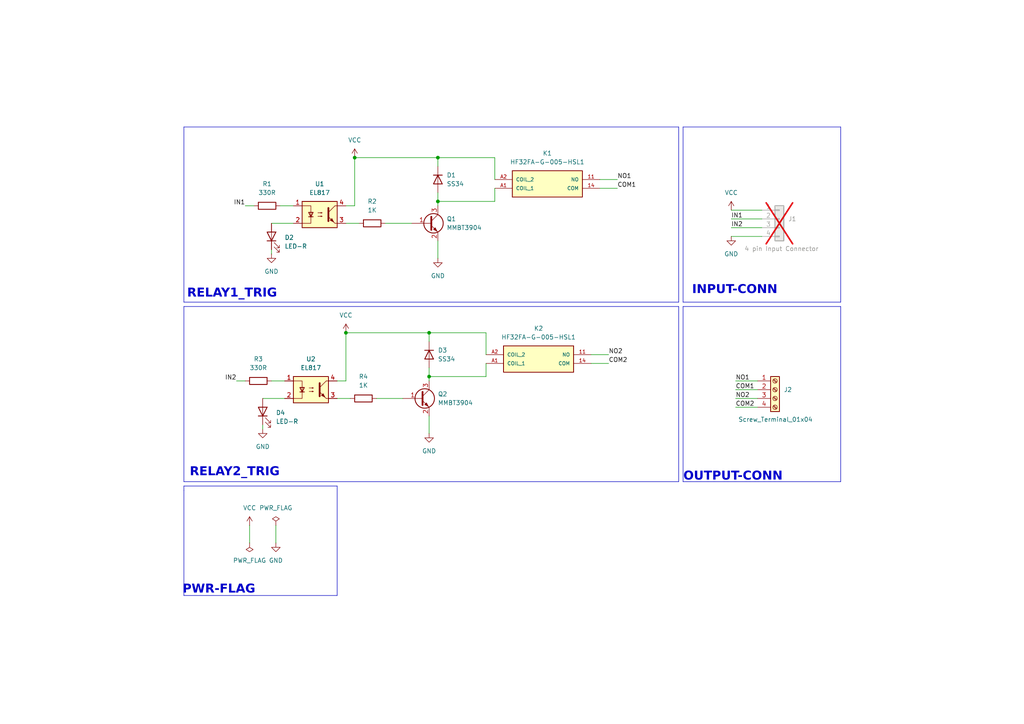
<source format=kicad_sch>
(kicad_sch
	(version 20250114)
	(generator "eeschema")
	(generator_version "9.0")
	(uuid "8a0ae01c-b563-4d91-bd67-ee32ae38a273")
	(paper "A4")
	(title_block
		(title "PCBCUPID-RELAY-2CH")
		(date "2024-10-24")
		(rev "V1")
		(company "PCBCUPID")
		(comment 1 "REVIEW : SRINIVASAN")
		(comment 2 "AUTHOR : KARTHICK R")
	)
	(lib_symbols
		(symbol "Connector:Screw_Terminal_01x04"
			(pin_names
				(offset 1.016)
				(hide yes)
			)
			(exclude_from_sim no)
			(in_bom yes)
			(on_board yes)
			(property "Reference" "J"
				(at 0 5.08 0)
				(effects
					(font
						(size 1.27 1.27)
					)
				)
			)
			(property "Value" "Screw_Terminal_01x04"
				(at 0 -7.62 0)
				(effects
					(font
						(size 1.27 1.27)
					)
				)
			)
			(property "Footprint" ""
				(at 0 0 0)
				(effects
					(font
						(size 1.27 1.27)
					)
					(hide yes)
				)
			)
			(property "Datasheet" "~"
				(at 0 0 0)
				(effects
					(font
						(size 1.27 1.27)
					)
					(hide yes)
				)
			)
			(property "Description" "Generic screw terminal, single row, 01x04, script generated (kicad-library-utils/schlib/autogen/connector/)"
				(at 0 0 0)
				(effects
					(font
						(size 1.27 1.27)
					)
					(hide yes)
				)
			)
			(property "ki_keywords" "screw terminal"
				(at 0 0 0)
				(effects
					(font
						(size 1.27 1.27)
					)
					(hide yes)
				)
			)
			(property "ki_fp_filters" "TerminalBlock*:*"
				(at 0 0 0)
				(effects
					(font
						(size 1.27 1.27)
					)
					(hide yes)
				)
			)
			(symbol "Screw_Terminal_01x04_1_1"
				(rectangle
					(start -1.27 3.81)
					(end 1.27 -6.35)
					(stroke
						(width 0.254)
						(type default)
					)
					(fill
						(type background)
					)
				)
				(polyline
					(pts
						(xy -0.5334 2.8702) (xy 0.3302 2.032)
					)
					(stroke
						(width 0.1524)
						(type default)
					)
					(fill
						(type none)
					)
				)
				(polyline
					(pts
						(xy -0.5334 0.3302) (xy 0.3302 -0.508)
					)
					(stroke
						(width 0.1524)
						(type default)
					)
					(fill
						(type none)
					)
				)
				(polyline
					(pts
						(xy -0.5334 -2.2098) (xy 0.3302 -3.048)
					)
					(stroke
						(width 0.1524)
						(type default)
					)
					(fill
						(type none)
					)
				)
				(polyline
					(pts
						(xy -0.5334 -4.7498) (xy 0.3302 -5.588)
					)
					(stroke
						(width 0.1524)
						(type default)
					)
					(fill
						(type none)
					)
				)
				(polyline
					(pts
						(xy -0.3556 3.048) (xy 0.508 2.2098)
					)
					(stroke
						(width 0.1524)
						(type default)
					)
					(fill
						(type none)
					)
				)
				(polyline
					(pts
						(xy -0.3556 0.508) (xy 0.508 -0.3302)
					)
					(stroke
						(width 0.1524)
						(type default)
					)
					(fill
						(type none)
					)
				)
				(polyline
					(pts
						(xy -0.3556 -2.032) (xy 0.508 -2.8702)
					)
					(stroke
						(width 0.1524)
						(type default)
					)
					(fill
						(type none)
					)
				)
				(polyline
					(pts
						(xy -0.3556 -4.572) (xy 0.508 -5.4102)
					)
					(stroke
						(width 0.1524)
						(type default)
					)
					(fill
						(type none)
					)
				)
				(circle
					(center 0 2.54)
					(radius 0.635)
					(stroke
						(width 0.1524)
						(type default)
					)
					(fill
						(type none)
					)
				)
				(circle
					(center 0 0)
					(radius 0.635)
					(stroke
						(width 0.1524)
						(type default)
					)
					(fill
						(type none)
					)
				)
				(circle
					(center 0 -2.54)
					(radius 0.635)
					(stroke
						(width 0.1524)
						(type default)
					)
					(fill
						(type none)
					)
				)
				(circle
					(center 0 -5.08)
					(radius 0.635)
					(stroke
						(width 0.1524)
						(type default)
					)
					(fill
						(type none)
					)
				)
				(pin passive line
					(at -5.08 2.54 0)
					(length 3.81)
					(name "Pin_1"
						(effects
							(font
								(size 1.27 1.27)
							)
						)
					)
					(number "1"
						(effects
							(font
								(size 1.27 1.27)
							)
						)
					)
				)
				(pin passive line
					(at -5.08 0 0)
					(length 3.81)
					(name "Pin_2"
						(effects
							(font
								(size 1.27 1.27)
							)
						)
					)
					(number "2"
						(effects
							(font
								(size 1.27 1.27)
							)
						)
					)
				)
				(pin passive line
					(at -5.08 -2.54 0)
					(length 3.81)
					(name "Pin_3"
						(effects
							(font
								(size 1.27 1.27)
							)
						)
					)
					(number "3"
						(effects
							(font
								(size 1.27 1.27)
							)
						)
					)
				)
				(pin passive line
					(at -5.08 -5.08 0)
					(length 3.81)
					(name "Pin_4"
						(effects
							(font
								(size 1.27 1.27)
							)
						)
					)
					(number "4"
						(effects
							(font
								(size 1.27 1.27)
							)
						)
					)
				)
			)
			(embedded_fonts no)
		)
		(symbol "Connector_Generic:Conn_01x04"
			(pin_names
				(offset 1.016)
				(hide yes)
			)
			(exclude_from_sim no)
			(in_bom yes)
			(on_board yes)
			(property "Reference" "J"
				(at 0 5.08 0)
				(effects
					(font
						(size 1.27 1.27)
					)
				)
			)
			(property "Value" "Conn_01x04"
				(at 0 -7.62 0)
				(effects
					(font
						(size 1.27 1.27)
					)
				)
			)
			(property "Footprint" ""
				(at 0 0 0)
				(effects
					(font
						(size 1.27 1.27)
					)
					(hide yes)
				)
			)
			(property "Datasheet" "~"
				(at 0 0 0)
				(effects
					(font
						(size 1.27 1.27)
					)
					(hide yes)
				)
			)
			(property "Description" "Generic connector, single row, 01x04, script generated (kicad-library-utils/schlib/autogen/connector/)"
				(at 0 0 0)
				(effects
					(font
						(size 1.27 1.27)
					)
					(hide yes)
				)
			)
			(property "ki_keywords" "connector"
				(at 0 0 0)
				(effects
					(font
						(size 1.27 1.27)
					)
					(hide yes)
				)
			)
			(property "ki_fp_filters" "Connector*:*_1x??_*"
				(at 0 0 0)
				(effects
					(font
						(size 1.27 1.27)
					)
					(hide yes)
				)
			)
			(symbol "Conn_01x04_1_1"
				(rectangle
					(start -1.27 3.81)
					(end 1.27 -6.35)
					(stroke
						(width 0.254)
						(type default)
					)
					(fill
						(type background)
					)
				)
				(rectangle
					(start -1.27 2.667)
					(end 0 2.413)
					(stroke
						(width 0.1524)
						(type default)
					)
					(fill
						(type none)
					)
				)
				(rectangle
					(start -1.27 0.127)
					(end 0 -0.127)
					(stroke
						(width 0.1524)
						(type default)
					)
					(fill
						(type none)
					)
				)
				(rectangle
					(start -1.27 -2.413)
					(end 0 -2.667)
					(stroke
						(width 0.1524)
						(type default)
					)
					(fill
						(type none)
					)
				)
				(rectangle
					(start -1.27 -4.953)
					(end 0 -5.207)
					(stroke
						(width 0.1524)
						(type default)
					)
					(fill
						(type none)
					)
				)
				(pin passive line
					(at -5.08 2.54 0)
					(length 3.81)
					(name "Pin_1"
						(effects
							(font
								(size 1.27 1.27)
							)
						)
					)
					(number "1"
						(effects
							(font
								(size 1.27 1.27)
							)
						)
					)
				)
				(pin passive line
					(at -5.08 0 0)
					(length 3.81)
					(name "Pin_2"
						(effects
							(font
								(size 1.27 1.27)
							)
						)
					)
					(number "2"
						(effects
							(font
								(size 1.27 1.27)
							)
						)
					)
				)
				(pin passive line
					(at -5.08 -2.54 0)
					(length 3.81)
					(name "Pin_3"
						(effects
							(font
								(size 1.27 1.27)
							)
						)
					)
					(number "3"
						(effects
							(font
								(size 1.27 1.27)
							)
						)
					)
				)
				(pin passive line
					(at -5.08 -5.08 0)
					(length 3.81)
					(name "Pin_4"
						(effects
							(font
								(size 1.27 1.27)
							)
						)
					)
					(number "4"
						(effects
							(font
								(size 1.27 1.27)
							)
						)
					)
				)
			)
			(embedded_fonts no)
		)
		(symbol "Device:D"
			(pin_numbers
				(hide yes)
			)
			(pin_names
				(offset 1.016)
				(hide yes)
			)
			(exclude_from_sim no)
			(in_bom yes)
			(on_board yes)
			(property "Reference" "D"
				(at 0 2.54 0)
				(effects
					(font
						(size 1.27 1.27)
					)
				)
			)
			(property "Value" "D"
				(at 0 -2.54 0)
				(effects
					(font
						(size 1.27 1.27)
					)
				)
			)
			(property "Footprint" ""
				(at 0 0 0)
				(effects
					(font
						(size 1.27 1.27)
					)
					(hide yes)
				)
			)
			(property "Datasheet" "~"
				(at 0 0 0)
				(effects
					(font
						(size 1.27 1.27)
					)
					(hide yes)
				)
			)
			(property "Description" "Diode"
				(at 0 0 0)
				(effects
					(font
						(size 1.27 1.27)
					)
					(hide yes)
				)
			)
			(property "Sim.Device" "D"
				(at 0 0 0)
				(effects
					(font
						(size 1.27 1.27)
					)
					(hide yes)
				)
			)
			(property "Sim.Pins" "1=K 2=A"
				(at 0 0 0)
				(effects
					(font
						(size 1.27 1.27)
					)
					(hide yes)
				)
			)
			(property "ki_keywords" "diode"
				(at 0 0 0)
				(effects
					(font
						(size 1.27 1.27)
					)
					(hide yes)
				)
			)
			(property "ki_fp_filters" "TO-???* *_Diode_* *SingleDiode* D_*"
				(at 0 0 0)
				(effects
					(font
						(size 1.27 1.27)
					)
					(hide yes)
				)
			)
			(symbol "D_0_1"
				(polyline
					(pts
						(xy -1.27 1.27) (xy -1.27 -1.27)
					)
					(stroke
						(width 0.254)
						(type default)
					)
					(fill
						(type none)
					)
				)
				(polyline
					(pts
						(xy 1.27 1.27) (xy 1.27 -1.27) (xy -1.27 0) (xy 1.27 1.27)
					)
					(stroke
						(width 0.254)
						(type default)
					)
					(fill
						(type none)
					)
				)
				(polyline
					(pts
						(xy 1.27 0) (xy -1.27 0)
					)
					(stroke
						(width 0)
						(type default)
					)
					(fill
						(type none)
					)
				)
			)
			(symbol "D_1_1"
				(pin passive line
					(at -3.81 0 0)
					(length 2.54)
					(name "K"
						(effects
							(font
								(size 1.27 1.27)
							)
						)
					)
					(number "1"
						(effects
							(font
								(size 1.27 1.27)
							)
						)
					)
				)
				(pin passive line
					(at 3.81 0 180)
					(length 2.54)
					(name "A"
						(effects
							(font
								(size 1.27 1.27)
							)
						)
					)
					(number "2"
						(effects
							(font
								(size 1.27 1.27)
							)
						)
					)
				)
			)
			(embedded_fonts no)
		)
		(symbol "Device:LED"
			(pin_numbers
				(hide yes)
			)
			(pin_names
				(offset 1.016)
				(hide yes)
			)
			(exclude_from_sim no)
			(in_bom yes)
			(on_board yes)
			(property "Reference" "D"
				(at 0 2.54 0)
				(effects
					(font
						(size 1.27 1.27)
					)
				)
			)
			(property "Value" "LED"
				(at 0 -2.54 0)
				(effects
					(font
						(size 1.27 1.27)
					)
				)
			)
			(property "Footprint" ""
				(at 0 0 0)
				(effects
					(font
						(size 1.27 1.27)
					)
					(hide yes)
				)
			)
			(property "Datasheet" "~"
				(at 0 0 0)
				(effects
					(font
						(size 1.27 1.27)
					)
					(hide yes)
				)
			)
			(property "Description" "Light emitting diode"
				(at 0 0 0)
				(effects
					(font
						(size 1.27 1.27)
					)
					(hide yes)
				)
			)
			(property "ki_keywords" "LED diode"
				(at 0 0 0)
				(effects
					(font
						(size 1.27 1.27)
					)
					(hide yes)
				)
			)
			(property "ki_fp_filters" "LED* LED_SMD:* LED_THT:*"
				(at 0 0 0)
				(effects
					(font
						(size 1.27 1.27)
					)
					(hide yes)
				)
			)
			(symbol "LED_0_1"
				(polyline
					(pts
						(xy -3.048 -0.762) (xy -4.572 -2.286) (xy -3.81 -2.286) (xy -4.572 -2.286) (xy -4.572 -1.524)
					)
					(stroke
						(width 0)
						(type default)
					)
					(fill
						(type none)
					)
				)
				(polyline
					(pts
						(xy -1.778 -0.762) (xy -3.302 -2.286) (xy -2.54 -2.286) (xy -3.302 -2.286) (xy -3.302 -1.524)
					)
					(stroke
						(width 0)
						(type default)
					)
					(fill
						(type none)
					)
				)
				(polyline
					(pts
						(xy -1.27 0) (xy 1.27 0)
					)
					(stroke
						(width 0)
						(type default)
					)
					(fill
						(type none)
					)
				)
				(polyline
					(pts
						(xy -1.27 -1.27) (xy -1.27 1.27)
					)
					(stroke
						(width 0.254)
						(type default)
					)
					(fill
						(type none)
					)
				)
				(polyline
					(pts
						(xy 1.27 -1.27) (xy 1.27 1.27) (xy -1.27 0) (xy 1.27 -1.27)
					)
					(stroke
						(width 0.254)
						(type default)
					)
					(fill
						(type none)
					)
				)
			)
			(symbol "LED_1_1"
				(pin passive line
					(at -3.81 0 0)
					(length 2.54)
					(name "K"
						(effects
							(font
								(size 1.27 1.27)
							)
						)
					)
					(number "1"
						(effects
							(font
								(size 1.27 1.27)
							)
						)
					)
				)
				(pin passive line
					(at 3.81 0 180)
					(length 2.54)
					(name "A"
						(effects
							(font
								(size 1.27 1.27)
							)
						)
					)
					(number "2"
						(effects
							(font
								(size 1.27 1.27)
							)
						)
					)
				)
			)
			(embedded_fonts no)
		)
		(symbol "Device:R"
			(pin_numbers
				(hide yes)
			)
			(pin_names
				(offset 0)
			)
			(exclude_from_sim no)
			(in_bom yes)
			(on_board yes)
			(property "Reference" "R"
				(at 2.032 0 90)
				(effects
					(font
						(size 1.27 1.27)
					)
				)
			)
			(property "Value" "R"
				(at 0 0 90)
				(effects
					(font
						(size 1.27 1.27)
					)
				)
			)
			(property "Footprint" ""
				(at -1.778 0 90)
				(effects
					(font
						(size 1.27 1.27)
					)
					(hide yes)
				)
			)
			(property "Datasheet" "~"
				(at 0 0 0)
				(effects
					(font
						(size 1.27 1.27)
					)
					(hide yes)
				)
			)
			(property "Description" "Resistor"
				(at 0 0 0)
				(effects
					(font
						(size 1.27 1.27)
					)
					(hide yes)
				)
			)
			(property "ki_keywords" "R res resistor"
				(at 0 0 0)
				(effects
					(font
						(size 1.27 1.27)
					)
					(hide yes)
				)
			)
			(property "ki_fp_filters" "R_*"
				(at 0 0 0)
				(effects
					(font
						(size 1.27 1.27)
					)
					(hide yes)
				)
			)
			(symbol "R_0_1"
				(rectangle
					(start -1.016 -2.54)
					(end 1.016 2.54)
					(stroke
						(width 0.254)
						(type default)
					)
					(fill
						(type none)
					)
				)
			)
			(symbol "R_1_1"
				(pin passive line
					(at 0 3.81 270)
					(length 1.27)
					(name "~"
						(effects
							(font
								(size 1.27 1.27)
							)
						)
					)
					(number "1"
						(effects
							(font
								(size 1.27 1.27)
							)
						)
					)
				)
				(pin passive line
					(at 0 -3.81 90)
					(length 1.27)
					(name "~"
						(effects
							(font
								(size 1.27 1.27)
							)
						)
					)
					(number "2"
						(effects
							(font
								(size 1.27 1.27)
							)
						)
					)
				)
			)
			(embedded_fonts no)
		)
		(symbol "HF32FA-G-005-HSL1:HF32FA-G-005-HSL1"
			(pin_names
				(offset 1.016)
			)
			(exclude_from_sim no)
			(in_bom yes)
			(on_board yes)
			(property "Reference" "K"
				(at 26.67 7.62 0)
				(effects
					(font
						(size 1.27 1.27)
					)
					(justify left)
				)
			)
			(property "Value" "HF32FA-G-005-HSL1"
				(at 26.67 5.08 0)
				(effects
					(font
						(size 1.27 1.27)
					)
					(justify left)
				)
			)
			(property "Footprint" "HF32FA-G-005-HSL1:HF32FA-G"
				(at 0 0 0)
				(effects
					(font
						(size 1.27 1.27)
					)
					(justify bottom)
					(hide yes)
				)
			)
			(property "Datasheet" ""
				(at 0 0 0)
				(effects
					(font
						(size 1.27 1.27)
					)
					(hide yes)
				)
			)
			(property "Description" ""
				(at 0 0 0)
				(effects
					(font
						(size 1.27 1.27)
					)
					(hide yes)
				)
			)
			(property "MF" "Hongfa"
				(at 0 0 0)
				(effects
					(font
						(size 1.27 1.27)
					)
					(justify bottom)
					(hide yes)
				)
			)
			(property "Description_1" "\nHF32FA Series 10 A SPST 5 V Sealed Subminiature Intermediate Power Relay\n"
				(at 0 0 0)
				(effects
					(font
						(size 1.27 1.27)
					)
					(justify bottom)
					(hide yes)
				)
			)
			(property "Package" "None"
				(at 0 0 0)
				(effects
					(font
						(size 1.27 1.27)
					)
					(justify bottom)
					(hide yes)
				)
			)
			(property "Price" "None"
				(at 0 0 0)
				(effects
					(font
						(size 1.27 1.27)
					)
					(justify bottom)
					(hide yes)
				)
			)
			(property "SnapEDA_Link" "https://www.snapeda.com/parts/HF32FA-G/005-HSL1/Hongfa/view-part/?ref=snap"
				(at 0 0 0)
				(effects
					(font
						(size 1.27 1.27)
					)
					(justify bottom)
					(hide yes)
				)
			)
			(property "MP" "HF32FA-G/005-HSL1"
				(at 0 0 0)
				(effects
					(font
						(size 1.27 1.27)
					)
					(justify bottom)
					(hide yes)
				)
			)
			(property "Availability" "Not in stock"
				(at 0 0 0)
				(effects
					(font
						(size 1.27 1.27)
					)
					(justify bottom)
					(hide yes)
				)
			)
			(property "Check_prices" "https://www.snapeda.com/parts/HF32FA-G/005-HSL1/Hongfa/view-part/?ref=eda"
				(at 0 0 0)
				(effects
					(font
						(size 1.27 1.27)
					)
					(justify bottom)
					(hide yes)
				)
			)
			(symbol "HF32FA-G-005-HSL1_0_0"
				(rectangle
					(start 5.08 -5.08)
					(end 25.4 2.54)
					(stroke
						(width 0.254)
						(type default)
					)
					(fill
						(type background)
					)
				)
				(pin bidirectional line
					(at 0 0 0)
					(length 5.08)
					(name "COIL_2"
						(effects
							(font
								(size 1.016 1.016)
							)
						)
					)
					(number "A2"
						(effects
							(font
								(size 1.016 1.016)
							)
						)
					)
				)
				(pin bidirectional line
					(at 0 -2.54 0)
					(length 5.08)
					(name "COIL_1"
						(effects
							(font
								(size 1.016 1.016)
							)
						)
					)
					(number "A1"
						(effects
							(font
								(size 1.016 1.016)
							)
						)
					)
				)
				(pin bidirectional line
					(at 30.48 0 180)
					(length 5.08)
					(name "NO"
						(effects
							(font
								(size 1.016 1.016)
							)
						)
					)
					(number "11"
						(effects
							(font
								(size 1.016 1.016)
							)
						)
					)
				)
				(pin bidirectional line
					(at 30.48 -2.54 180)
					(length 5.08)
					(name "COM"
						(effects
							(font
								(size 1.016 1.016)
							)
						)
					)
					(number "14"
						(effects
							(font
								(size 1.016 1.016)
							)
						)
					)
				)
			)
			(embedded_fonts no)
		)
		(symbol "Isolator:EL817"
			(pin_names
				(offset 1.016)
			)
			(exclude_from_sim no)
			(in_bom yes)
			(on_board yes)
			(property "Reference" "U"
				(at -5.08 5.08 0)
				(effects
					(font
						(size 1.27 1.27)
					)
					(justify left)
				)
			)
			(property "Value" "EL817"
				(at 0 5.08 0)
				(effects
					(font
						(size 1.27 1.27)
					)
					(justify left)
				)
			)
			(property "Footprint" "Package_DIP:DIP-4_W7.62mm"
				(at -5.08 -5.08 0)
				(effects
					(font
						(size 1.27 1.27)
						(italic yes)
					)
					(justify left)
					(hide yes)
				)
			)
			(property "Datasheet" "http://www.everlight.com/file/ProductFile/EL817.pdf"
				(at 0 0 0)
				(effects
					(font
						(size 1.27 1.27)
					)
					(justify left)
					(hide yes)
				)
			)
			(property "Description" "DC Optocoupler, Vce 35V, DIP-4"
				(at 0 0 0)
				(effects
					(font
						(size 1.27 1.27)
					)
					(hide yes)
				)
			)
			(property "ki_keywords" "NPN DC Optocoupler"
				(at 0 0 0)
				(effects
					(font
						(size 1.27 1.27)
					)
					(hide yes)
				)
			)
			(property "ki_fp_filters" "DIP*W7.62mm*"
				(at 0 0 0)
				(effects
					(font
						(size 1.27 1.27)
					)
					(hide yes)
				)
			)
			(symbol "EL817_0_1"
				(rectangle
					(start -5.08 3.81)
					(end 5.08 -3.81)
					(stroke
						(width 0.254)
						(type default)
					)
					(fill
						(type background)
					)
				)
				(polyline
					(pts
						(xy -5.08 2.54) (xy -2.54 2.54) (xy -2.54 -0.635)
					)
					(stroke
						(width 0)
						(type default)
					)
					(fill
						(type none)
					)
				)
				(polyline
					(pts
						(xy -3.175 -0.635) (xy -1.905 -0.635)
					)
					(stroke
						(width 0.254)
						(type default)
					)
					(fill
						(type none)
					)
				)
				(polyline
					(pts
						(xy -2.54 -0.635) (xy -2.54 -2.54) (xy -5.08 -2.54)
					)
					(stroke
						(width 0)
						(type default)
					)
					(fill
						(type none)
					)
				)
				(polyline
					(pts
						(xy -2.54 -0.635) (xy -3.175 0.635) (xy -1.905 0.635) (xy -2.54 -0.635)
					)
					(stroke
						(width 0.254)
						(type default)
					)
					(fill
						(type none)
					)
				)
				(polyline
					(pts
						(xy -0.508 0.508) (xy 0.762 0.508) (xy 0.381 0.381) (xy 0.381 0.635) (xy 0.762 0.508)
					)
					(stroke
						(width 0)
						(type default)
					)
					(fill
						(type none)
					)
				)
				(polyline
					(pts
						(xy -0.508 -0.508) (xy 0.762 -0.508) (xy 0.381 -0.635) (xy 0.381 -0.381) (xy 0.762 -0.508)
					)
					(stroke
						(width 0)
						(type default)
					)
					(fill
						(type none)
					)
				)
				(polyline
					(pts
						(xy 2.54 1.905) (xy 2.54 -1.905) (xy 2.54 -1.905)
					)
					(stroke
						(width 0.508)
						(type default)
					)
					(fill
						(type none)
					)
				)
				(polyline
					(pts
						(xy 2.54 0.635) (xy 4.445 2.54)
					)
					(stroke
						(width 0)
						(type default)
					)
					(fill
						(type none)
					)
				)
				(polyline
					(pts
						(xy 3.048 -1.651) (xy 3.556 -1.143) (xy 4.064 -2.159) (xy 3.048 -1.651) (xy 3.048 -1.651)
					)
					(stroke
						(width 0)
						(type default)
					)
					(fill
						(type outline)
					)
				)
				(polyline
					(pts
						(xy 4.445 2.54) (xy 5.08 2.54)
					)
					(stroke
						(width 0)
						(type default)
					)
					(fill
						(type none)
					)
				)
				(polyline
					(pts
						(xy 4.445 -2.54) (xy 2.54 -0.635)
					)
					(stroke
						(width 0)
						(type default)
					)
					(fill
						(type outline)
					)
				)
				(polyline
					(pts
						(xy 4.445 -2.54) (xy 5.08 -2.54)
					)
					(stroke
						(width 0)
						(type default)
					)
					(fill
						(type none)
					)
				)
			)
			(symbol "EL817_1_1"
				(pin passive line
					(at -7.62 2.54 0)
					(length 2.54)
					(name "~"
						(effects
							(font
								(size 1.27 1.27)
							)
						)
					)
					(number "1"
						(effects
							(font
								(size 1.27 1.27)
							)
						)
					)
				)
				(pin passive line
					(at -7.62 -2.54 0)
					(length 2.54)
					(name "~"
						(effects
							(font
								(size 1.27 1.27)
							)
						)
					)
					(number "2"
						(effects
							(font
								(size 1.27 1.27)
							)
						)
					)
				)
				(pin passive line
					(at 7.62 2.54 180)
					(length 2.54)
					(name "~"
						(effects
							(font
								(size 1.27 1.27)
							)
						)
					)
					(number "4"
						(effects
							(font
								(size 1.27 1.27)
							)
						)
					)
				)
				(pin passive line
					(at 7.62 -2.54 180)
					(length 2.54)
					(name "~"
						(effects
							(font
								(size 1.27 1.27)
							)
						)
					)
					(number "3"
						(effects
							(font
								(size 1.27 1.27)
							)
						)
					)
				)
			)
			(embedded_fonts no)
		)
		(symbol "Transistor_BJT:MMBT3904"
			(pin_names
				(offset 0)
				(hide yes)
			)
			(exclude_from_sim no)
			(in_bom yes)
			(on_board yes)
			(property "Reference" "Q"
				(at 5.08 1.905 0)
				(effects
					(font
						(size 1.27 1.27)
					)
					(justify left)
				)
			)
			(property "Value" "MMBT3904"
				(at 5.08 0 0)
				(effects
					(font
						(size 1.27 1.27)
					)
					(justify left)
				)
			)
			(property "Footprint" "Package_TO_SOT_SMD:SOT-23"
				(at 5.08 -1.905 0)
				(effects
					(font
						(size 1.27 1.27)
						(italic yes)
					)
					(justify left)
					(hide yes)
				)
			)
			(property "Datasheet" "https://www.onsemi.com/pdf/datasheet/pzt3904-d.pdf"
				(at 0 0 0)
				(effects
					(font
						(size 1.27 1.27)
					)
					(justify left)
					(hide yes)
				)
			)
			(property "Description" "0.2A Ic, 40V Vce, Small Signal NPN Transistor, SOT-23"
				(at 0 0 0)
				(effects
					(font
						(size 1.27 1.27)
					)
					(hide yes)
				)
			)
			(property "ki_keywords" "NPN Transistor"
				(at 0 0 0)
				(effects
					(font
						(size 1.27 1.27)
					)
					(hide yes)
				)
			)
			(property "ki_fp_filters" "SOT?23*"
				(at 0 0 0)
				(effects
					(font
						(size 1.27 1.27)
					)
					(hide yes)
				)
			)
			(symbol "MMBT3904_0_1"
				(polyline
					(pts
						(xy 0.635 1.905) (xy 0.635 -1.905) (xy 0.635 -1.905)
					)
					(stroke
						(width 0.508)
						(type default)
					)
					(fill
						(type none)
					)
				)
				(polyline
					(pts
						(xy 0.635 0.635) (xy 2.54 2.54)
					)
					(stroke
						(width 0)
						(type default)
					)
					(fill
						(type none)
					)
				)
				(polyline
					(pts
						(xy 0.635 -0.635) (xy 2.54 -2.54) (xy 2.54 -2.54)
					)
					(stroke
						(width 0)
						(type default)
					)
					(fill
						(type none)
					)
				)
				(circle
					(center 1.27 0)
					(radius 2.8194)
					(stroke
						(width 0.254)
						(type default)
					)
					(fill
						(type none)
					)
				)
				(polyline
					(pts
						(xy 1.27 -1.778) (xy 1.778 -1.27) (xy 2.286 -2.286) (xy 1.27 -1.778) (xy 1.27 -1.778)
					)
					(stroke
						(width 0)
						(type default)
					)
					(fill
						(type outline)
					)
				)
			)
			(symbol "MMBT3904_1_1"
				(pin input line
					(at -5.08 0 0)
					(length 5.715)
					(name "B"
						(effects
							(font
								(size 1.27 1.27)
							)
						)
					)
					(number "1"
						(effects
							(font
								(size 1.27 1.27)
							)
						)
					)
				)
				(pin passive line
					(at 2.54 5.08 270)
					(length 2.54)
					(name "C"
						(effects
							(font
								(size 1.27 1.27)
							)
						)
					)
					(number "3"
						(effects
							(font
								(size 1.27 1.27)
							)
						)
					)
				)
				(pin passive line
					(at 2.54 -5.08 90)
					(length 2.54)
					(name "E"
						(effects
							(font
								(size 1.27 1.27)
							)
						)
					)
					(number "2"
						(effects
							(font
								(size 1.27 1.27)
							)
						)
					)
				)
			)
			(embedded_fonts no)
		)
		(symbol "power:GND"
			(power)
			(pin_numbers
				(hide yes)
			)
			(pin_names
				(offset 0)
				(hide yes)
			)
			(exclude_from_sim no)
			(in_bom yes)
			(on_board yes)
			(property "Reference" "#PWR"
				(at 0 -6.35 0)
				(effects
					(font
						(size 1.27 1.27)
					)
					(hide yes)
				)
			)
			(property "Value" "GND"
				(at 0 -3.81 0)
				(effects
					(font
						(size 1.27 1.27)
					)
				)
			)
			(property "Footprint" ""
				(at 0 0 0)
				(effects
					(font
						(size 1.27 1.27)
					)
					(hide yes)
				)
			)
			(property "Datasheet" ""
				(at 0 0 0)
				(effects
					(font
						(size 1.27 1.27)
					)
					(hide yes)
				)
			)
			(property "Description" "Power symbol creates a global label with name \"GND\" , ground"
				(at 0 0 0)
				(effects
					(font
						(size 1.27 1.27)
					)
					(hide yes)
				)
			)
			(property "ki_keywords" "global power"
				(at 0 0 0)
				(effects
					(font
						(size 1.27 1.27)
					)
					(hide yes)
				)
			)
			(symbol "GND_0_1"
				(polyline
					(pts
						(xy 0 0) (xy 0 -1.27) (xy 1.27 -1.27) (xy 0 -2.54) (xy -1.27 -1.27) (xy 0 -1.27)
					)
					(stroke
						(width 0)
						(type default)
					)
					(fill
						(type none)
					)
				)
			)
			(symbol "GND_1_1"
				(pin power_in line
					(at 0 0 270)
					(length 0)
					(name "~"
						(effects
							(font
								(size 1.27 1.27)
							)
						)
					)
					(number "1"
						(effects
							(font
								(size 1.27 1.27)
							)
						)
					)
				)
			)
			(embedded_fonts no)
		)
		(symbol "power:PWR_FLAG"
			(power)
			(pin_numbers
				(hide yes)
			)
			(pin_names
				(offset 0)
				(hide yes)
			)
			(exclude_from_sim no)
			(in_bom yes)
			(on_board yes)
			(property "Reference" "#FLG"
				(at 0 1.905 0)
				(effects
					(font
						(size 1.27 1.27)
					)
					(hide yes)
				)
			)
			(property "Value" "PWR_FLAG"
				(at 0 3.81 0)
				(effects
					(font
						(size 1.27 1.27)
					)
				)
			)
			(property "Footprint" ""
				(at 0 0 0)
				(effects
					(font
						(size 1.27 1.27)
					)
					(hide yes)
				)
			)
			(property "Datasheet" "~"
				(at 0 0 0)
				(effects
					(font
						(size 1.27 1.27)
					)
					(hide yes)
				)
			)
			(property "Description" "Special symbol for telling ERC where power comes from"
				(at 0 0 0)
				(effects
					(font
						(size 1.27 1.27)
					)
					(hide yes)
				)
			)
			(property "ki_keywords" "flag power"
				(at 0 0 0)
				(effects
					(font
						(size 1.27 1.27)
					)
					(hide yes)
				)
			)
			(symbol "PWR_FLAG_0_0"
				(pin power_out line
					(at 0 0 90)
					(length 0)
					(name "~"
						(effects
							(font
								(size 1.27 1.27)
							)
						)
					)
					(number "1"
						(effects
							(font
								(size 1.27 1.27)
							)
						)
					)
				)
			)
			(symbol "PWR_FLAG_0_1"
				(polyline
					(pts
						(xy 0 0) (xy 0 1.27) (xy -1.016 1.905) (xy 0 2.54) (xy 1.016 1.905) (xy 0 1.27)
					)
					(stroke
						(width 0)
						(type default)
					)
					(fill
						(type none)
					)
				)
			)
			(embedded_fonts no)
		)
		(symbol "power:VCC"
			(power)
			(pin_numbers
				(hide yes)
			)
			(pin_names
				(offset 0)
				(hide yes)
			)
			(exclude_from_sim no)
			(in_bom yes)
			(on_board yes)
			(property "Reference" "#PWR"
				(at 0 -3.81 0)
				(effects
					(font
						(size 1.27 1.27)
					)
					(hide yes)
				)
			)
			(property "Value" "VCC"
				(at 0 3.556 0)
				(effects
					(font
						(size 1.27 1.27)
					)
				)
			)
			(property "Footprint" ""
				(at 0 0 0)
				(effects
					(font
						(size 1.27 1.27)
					)
					(hide yes)
				)
			)
			(property "Datasheet" ""
				(at 0 0 0)
				(effects
					(font
						(size 1.27 1.27)
					)
					(hide yes)
				)
			)
			(property "Description" "Power symbol creates a global label with name \"VCC\""
				(at 0 0 0)
				(effects
					(font
						(size 1.27 1.27)
					)
					(hide yes)
				)
			)
			(property "ki_keywords" "global power"
				(at 0 0 0)
				(effects
					(font
						(size 1.27 1.27)
					)
					(hide yes)
				)
			)
			(symbol "VCC_0_1"
				(polyline
					(pts
						(xy -0.762 1.27) (xy 0 2.54)
					)
					(stroke
						(width 0)
						(type default)
					)
					(fill
						(type none)
					)
				)
				(polyline
					(pts
						(xy 0 2.54) (xy 0.762 1.27)
					)
					(stroke
						(width 0)
						(type default)
					)
					(fill
						(type none)
					)
				)
				(polyline
					(pts
						(xy 0 0) (xy 0 2.54)
					)
					(stroke
						(width 0)
						(type default)
					)
					(fill
						(type none)
					)
				)
			)
			(symbol "VCC_1_1"
				(pin power_in line
					(at 0 0 90)
					(length 0)
					(name "~"
						(effects
							(font
								(size 1.27 1.27)
							)
						)
					)
					(number "1"
						(effects
							(font
								(size 1.27 1.27)
							)
						)
					)
				)
			)
			(embedded_fonts no)
		)
	)
	(text "RELAY2_TRIG"
		(exclude_from_sim no)
		(at 68.072 137.668 0)
		(effects
			(font
				(face "Lexend")
				(size 2.54 2.54)
				(thickness 0.508)
				(bold yes)
			)
		)
		(uuid "0ea53996-77da-49b1-b82e-c59581e2c601")
	)
	(text "PWR-FLAG\n"
		(exclude_from_sim no)
		(at 63.5 171.704 0)
		(effects
			(font
				(face "Lexend")
				(size 2.54 2.54)
				(thickness 0.508)
				(bold yes)
			)
		)
		(uuid "5020deda-8e94-4f15-a225-18e8ffbc7d7d")
	)
	(text "INPUT-CONN"
		(exclude_from_sim no)
		(at 213.106 84.836 0)
		(effects
			(font
				(face "Lexend")
				(size 2.54 2.54)
				(thickness 0.508)
				(bold yes)
			)
		)
		(uuid "5676cd12-6d69-43a1-9a77-49ff91078a7a")
	)
	(text "OUTPUT-CONN"
		(exclude_from_sim no)
		(at 212.598 138.938 0)
		(effects
			(font
				(face "Lexend")
				(size 2.54 2.54)
				(thickness 0.508)
				(bold yes)
			)
		)
		(uuid "7dabd3b3-9bed-42e0-970f-f1f163dce091")
	)
	(text "RELAY1_TRIG"
		(exclude_from_sim no)
		(at 67.31 85.852 0)
		(effects
			(font
				(face "Lexend")
				(size 2.54 2.54)
				(thickness 0.508)
				(bold yes)
			)
		)
		(uuid "f0d4a40f-ad32-40b3-bc7a-6a3da219f5ea")
	)
	(junction
		(at 102.87 45.72)
		(diameter 0)
		(color 0 0 0 0)
		(uuid "02728ce8-5ba5-45d0-b6c1-144f02c0bf1f")
	)
	(junction
		(at 127 45.72)
		(diameter 0)
		(color 0 0 0 0)
		(uuid "29a43269-0d89-4f9e-b8aa-b098ae516924")
	)
	(junction
		(at 124.46 109.22)
		(diameter 0)
		(color 0 0 0 0)
		(uuid "5df41e18-3fe2-46a0-9183-763bc69f9065")
	)
	(junction
		(at 100.33 96.52)
		(diameter 0)
		(color 0 0 0 0)
		(uuid "66b2315e-f014-4cbe-94fd-81f0c0ac98e9")
	)
	(junction
		(at 127 58.42)
		(diameter 0)
		(color 0 0 0 0)
		(uuid "cc8a7e29-6557-407d-9455-576806c82107")
	)
	(junction
		(at 124.46 96.52)
		(diameter 0)
		(color 0 0 0 0)
		(uuid "cec5e51c-0e40-4ba0-aefc-a1db4310730c")
	)
	(wire
		(pts
			(xy 100.33 96.52) (xy 124.46 96.52)
		)
		(stroke
			(width 0)
			(type default)
		)
		(uuid "030a24d3-c96d-44bb-b9be-e837d203586a")
	)
	(polyline
		(pts
			(xy 53.34 88.9) (xy 53.34 139.7)
		)
		(stroke
			(width 0)
			(type default)
		)
		(uuid "06313ae8-6a58-4b89-9abb-6f9bcd8cf0e9")
	)
	(wire
		(pts
			(xy 127 45.72) (xy 143.51 45.72)
		)
		(stroke
			(width 0)
			(type default)
		)
		(uuid "0a000cb4-b4da-470b-bf03-1f8fe0447c06")
	)
	(polyline
		(pts
			(xy 53.34 139.7) (xy 196.85 139.7)
		)
		(stroke
			(width 0)
			(type default)
		)
		(uuid "0aa059ed-2d99-43e4-80c6-b1b722d99466")
	)
	(polyline
		(pts
			(xy 53.34 140.97) (xy 53.34 142.24)
		)
		(stroke
			(width 0)
			(type default)
		)
		(uuid "0ee2ef37-cccf-407c-bf0c-b3a973c30de4")
	)
	(wire
		(pts
			(xy 213.36 110.49) (xy 219.71 110.49)
		)
		(stroke
			(width 0)
			(type default)
		)
		(uuid "14b421ff-6367-4291-b321-fba075040b17")
	)
	(wire
		(pts
			(xy 124.46 109.22) (xy 124.46 110.49)
		)
		(stroke
			(width 0)
			(type default)
		)
		(uuid "1911675a-071e-4e60-8da9-840ff7779930")
	)
	(polyline
		(pts
			(xy 198.12 88.9) (xy 243.84 88.9)
		)
		(stroke
			(width 0)
			(type default)
		)
		(uuid "1bedd9c2-f7b2-41c1-8e33-b32bc4fb66fc")
	)
	(wire
		(pts
			(xy 171.45 102.87) (xy 176.53 102.87)
		)
		(stroke
			(width 0)
			(type default)
		)
		(uuid "1e57b798-e2a8-4cb0-9b2c-c742858dd512")
	)
	(polyline
		(pts
			(xy 198.12 139.7) (xy 243.84 139.7)
		)
		(stroke
			(width 0)
			(type default)
		)
		(uuid "22a5fe95-25e8-4b76-ae9c-afd2d367555a")
	)
	(polyline
		(pts
			(xy 53.34 172.72) (xy 97.79 172.72)
		)
		(stroke
			(width 0)
			(type default)
		)
		(uuid "2a507460-92a2-4c80-a55e-ca4d82fba07a")
	)
	(wire
		(pts
			(xy 124.46 96.52) (xy 124.46 99.06)
		)
		(stroke
			(width 0)
			(type default)
		)
		(uuid "2dcf09ac-733a-4ed8-9b5a-3baca694de81")
	)
	(wire
		(pts
			(xy 212.09 68.58) (xy 220.98 68.58)
		)
		(stroke
			(width 0)
			(type default)
		)
		(uuid "394351bc-06ab-4398-9c5a-444d81463e1f")
	)
	(polyline
		(pts
			(xy 97.79 172.72) (xy 97.79 140.97)
		)
		(stroke
			(width 0)
			(type default)
		)
		(uuid "3e23b107-76a8-4200-abfd-8d07b1e026a9")
	)
	(wire
		(pts
			(xy 212.09 63.5) (xy 220.98 63.5)
		)
		(stroke
			(width 0)
			(type default)
		)
		(uuid "40488875-06a6-4923-8731-f924f0e890fd")
	)
	(wire
		(pts
			(xy 102.87 45.72) (xy 102.87 59.69)
		)
		(stroke
			(width 0)
			(type default)
		)
		(uuid "406e96de-2e6c-4e95-a62d-934ef9f8e774")
	)
	(wire
		(pts
			(xy 100.33 59.69) (xy 102.87 59.69)
		)
		(stroke
			(width 0)
			(type default)
		)
		(uuid "43e272ea-8474-473e-8377-0aa730ccc56a")
	)
	(wire
		(pts
			(xy 127 58.42) (xy 127 59.69)
		)
		(stroke
			(width 0)
			(type default)
		)
		(uuid "4a250c29-a0dd-462e-857d-ba9563e00f9f")
	)
	(wire
		(pts
			(xy 212.09 66.04) (xy 220.98 66.04)
		)
		(stroke
			(width 0)
			(type default)
		)
		(uuid "4d8c9660-a781-446d-82f1-0cc86b7af507")
	)
	(wire
		(pts
			(xy 78.74 72.39) (xy 78.74 73.66)
		)
		(stroke
			(width 0)
			(type default)
		)
		(uuid "509445c6-b19b-4946-9098-47efe3387676")
	)
	(wire
		(pts
			(xy 109.22 115.57) (xy 116.84 115.57)
		)
		(stroke
			(width 0)
			(type default)
		)
		(uuid "5475093b-5adc-41ae-926a-dbb1d651fa43")
	)
	(polyline
		(pts
			(xy 196.85 87.63) (xy 196.85 36.83)
		)
		(stroke
			(width 0)
			(type default)
		)
		(uuid "56705990-b917-4eac-b4d0-49011912284d")
	)
	(polyline
		(pts
			(xy 243.84 139.7) (xy 243.84 88.9)
		)
		(stroke
			(width 0)
			(type default)
		)
		(uuid "5bd2b21e-6f3e-44bc-a0b4-f6a62aa12dde")
	)
	(wire
		(pts
			(xy 78.74 64.77) (xy 85.09 64.77)
		)
		(stroke
			(width 0)
			(type default)
		)
		(uuid "5f186b8b-b8fa-479e-b1e8-6bc2ae137b1d")
	)
	(wire
		(pts
			(xy 143.51 58.42) (xy 143.51 54.61)
		)
		(stroke
			(width 0)
			(type default)
		)
		(uuid "692c8023-3af5-4bd7-96a9-c53dd430ff32")
	)
	(wire
		(pts
			(xy 81.28 59.69) (xy 85.09 59.69)
		)
		(stroke
			(width 0)
			(type default)
		)
		(uuid "70b28728-9828-49bf-b1d3-13d045c8d0f8")
	)
	(polyline
		(pts
			(xy 97.79 140.97) (xy 53.34 140.97)
		)
		(stroke
			(width 0)
			(type default)
		)
		(uuid "75cb7160-8ae7-4645-9d29-52dbbdbe0731")
	)
	(wire
		(pts
			(xy 78.74 110.49) (xy 82.55 110.49)
		)
		(stroke
			(width 0)
			(type default)
		)
		(uuid "77c4dd12-1250-4dc5-96bc-16622d6952e4")
	)
	(wire
		(pts
			(xy 213.36 118.11) (xy 219.71 118.11)
		)
		(stroke
			(width 0)
			(type default)
		)
		(uuid "7bde4b1e-03fb-44e5-bf97-f82da67984e2")
	)
	(wire
		(pts
			(xy 124.46 120.65) (xy 124.46 125.73)
		)
		(stroke
			(width 0)
			(type default)
		)
		(uuid "7c111a3f-14cf-4a66-b17f-f438e5486907")
	)
	(wire
		(pts
			(xy 100.33 96.52) (xy 100.33 110.49)
		)
		(stroke
			(width 0)
			(type default)
		)
		(uuid "7c15db98-fb3d-4b76-b505-43c79995f9ad")
	)
	(wire
		(pts
			(xy 111.76 64.77) (xy 119.38 64.77)
		)
		(stroke
			(width 0)
			(type default)
		)
		(uuid "7c2f5573-d4bb-45c8-9f50-208daecacd17")
	)
	(wire
		(pts
			(xy 173.99 54.61) (xy 179.07 54.61)
		)
		(stroke
			(width 0)
			(type default)
		)
		(uuid "7cfae3b3-5223-4019-8b18-295d572c2bcc")
	)
	(wire
		(pts
			(xy 140.97 109.22) (xy 140.97 105.41)
		)
		(stroke
			(width 0)
			(type default)
		)
		(uuid "7ddd2a2b-c193-4160-b74e-6604e4453125")
	)
	(wire
		(pts
			(xy 171.45 105.41) (xy 176.53 105.41)
		)
		(stroke
			(width 0)
			(type default)
		)
		(uuid "88d3ce15-7837-4429-b74f-35f69995ba52")
	)
	(wire
		(pts
			(xy 127 58.42) (xy 143.51 58.42)
		)
		(stroke
			(width 0)
			(type default)
		)
		(uuid "89cc596d-8a30-42a6-a067-2089834069ad")
	)
	(wire
		(pts
			(xy 212.09 60.96) (xy 220.98 60.96)
		)
		(stroke
			(width 0)
			(type default)
		)
		(uuid "8c5cb051-e071-46cb-89e6-bc8ee03ca231")
	)
	(wire
		(pts
			(xy 97.79 115.57) (xy 101.6 115.57)
		)
		(stroke
			(width 0)
			(type default)
		)
		(uuid "93b8ab4d-eeb7-48cc-8a14-666a89b8ac19")
	)
	(polyline
		(pts
			(xy 198.12 88.9) (xy 198.12 139.7)
		)
		(stroke
			(width 0)
			(type default)
		)
		(uuid "94cb7e00-b8d4-4e3e-a0b4-0c9cb7492db4")
	)
	(polyline
		(pts
			(xy 243.84 87.63) (xy 243.84 36.83)
		)
		(stroke
			(width 0)
			(type default)
		)
		(uuid "95a2f4bb-cc4f-4fcd-ade6-2a8f0bec7b35")
	)
	(wire
		(pts
			(xy 213.36 113.03) (xy 219.71 113.03)
		)
		(stroke
			(width 0)
			(type default)
		)
		(uuid "970cdcd6-6078-408f-8de0-923ae87dd237")
	)
	(polyline
		(pts
			(xy 53.34 142.24) (xy 53.34 172.72)
		)
		(stroke
			(width 0)
			(type default)
		)
		(uuid "9798c117-3487-4dc5-b466-5ab86a2dc1c2")
	)
	(wire
		(pts
			(xy 97.79 110.49) (xy 100.33 110.49)
		)
		(stroke
			(width 0)
			(type default)
		)
		(uuid "9a43790f-0f0c-495f-925b-3126b9b66808")
	)
	(wire
		(pts
			(xy 213.36 115.57) (xy 219.71 115.57)
		)
		(stroke
			(width 0)
			(type default)
		)
		(uuid "9fcc2702-cf04-45d5-9292-8a115c95ba56")
	)
	(wire
		(pts
			(xy 71.12 110.49) (xy 68.58 110.49)
		)
		(stroke
			(width 0)
			(type default)
		)
		(uuid "a07eacff-d05c-40e9-a164-db8eaac58074")
	)
	(wire
		(pts
			(xy 100.33 64.77) (xy 104.14 64.77)
		)
		(stroke
			(width 0)
			(type default)
		)
		(uuid "a27c8e84-19d7-4207-ab98-c141e45524f5")
	)
	(wire
		(pts
			(xy 124.46 109.22) (xy 140.97 109.22)
		)
		(stroke
			(width 0)
			(type default)
		)
		(uuid "a6a55f0a-a04f-4b74-bf1c-045e99a16389")
	)
	(wire
		(pts
			(xy 72.39 152.4) (xy 72.39 157.48)
		)
		(stroke
			(width 0)
			(type default)
		)
		(uuid "abe4f9b9-cb70-4c55-a7d9-1c15cf1746b8")
	)
	(polyline
		(pts
			(xy 198.12 36.83) (xy 198.12 87.63)
		)
		(stroke
			(width 0)
			(type default)
		)
		(uuid "ae1a69eb-f9f0-4c13-9891-b9f3c459007d")
	)
	(polyline
		(pts
			(xy 198.12 36.83) (xy 243.84 36.83)
		)
		(stroke
			(width 0)
			(type default)
		)
		(uuid "b66a360a-5f5e-49f1-ac10-2cb41ad7d0ab")
	)
	(polyline
		(pts
			(xy 196.85 139.7) (xy 196.85 88.9)
		)
		(stroke
			(width 0)
			(type default)
		)
		(uuid "b69d48f7-59fb-4cf3-b3be-7faa39323dd4")
	)
	(wire
		(pts
			(xy 76.2 123.19) (xy 76.2 124.46)
		)
		(stroke
			(width 0)
			(type default)
		)
		(uuid "b92e12ef-e7e0-4151-a00b-8183691ad6cf")
	)
	(wire
		(pts
			(xy 124.46 96.52) (xy 140.97 96.52)
		)
		(stroke
			(width 0)
			(type default)
		)
		(uuid "bb03ab1c-0fd5-4741-86ef-9b9b63d2d297")
	)
	(wire
		(pts
			(xy 73.66 59.69) (xy 71.12 59.69)
		)
		(stroke
			(width 0)
			(type default)
		)
		(uuid "bb0f617d-bdfc-4126-ac33-18fcad3ea562")
	)
	(wire
		(pts
			(xy 80.01 152.4) (xy 80.01 157.48)
		)
		(stroke
			(width 0)
			(type default)
		)
		(uuid "bd78e7dc-a731-4d9b-b7d6-956c3dee7415")
	)
	(wire
		(pts
			(xy 76.2 115.57) (xy 82.55 115.57)
		)
		(stroke
			(width 0)
			(type default)
		)
		(uuid "c43f0b9e-0d54-4a1e-922f-881e021989d5")
	)
	(wire
		(pts
			(xy 173.99 52.07) (xy 179.07 52.07)
		)
		(stroke
			(width 0)
			(type default)
		)
		(uuid "c49c2b01-27b2-47ae-9157-a0b8a8138edd")
	)
	(polyline
		(pts
			(xy 53.34 36.83) (xy 196.85 36.83)
		)
		(stroke
			(width 0)
			(type default)
		)
		(uuid "d0144c9f-b857-452c-baf0-b6c12a243f29")
	)
	(polyline
		(pts
			(xy 53.34 88.9) (xy 196.85 88.9)
		)
		(stroke
			(width 0)
			(type default)
		)
		(uuid "d697ae76-faa2-49fa-8114-1500ca971174")
	)
	(wire
		(pts
			(xy 127 69.85) (xy 127 74.93)
		)
		(stroke
			(width 0)
			(type default)
		)
		(uuid "d7760d98-bd01-4c98-96bb-c34668e6fadb")
	)
	(polyline
		(pts
			(xy 53.34 87.63) (xy 196.85 87.63)
		)
		(stroke
			(width 0)
			(type default)
		)
		(uuid "d8f8a73c-ec37-4fa5-ba7d-7a0a70cb27c7")
	)
	(polyline
		(pts
			(xy 53.34 36.83) (xy 53.34 87.63)
		)
		(stroke
			(width 0)
			(type default)
		)
		(uuid "dc8d67f5-065a-40a9-90c6-9c228307eee9")
	)
	(wire
		(pts
			(xy 143.51 45.72) (xy 143.51 52.07)
		)
		(stroke
			(width 0)
			(type default)
		)
		(uuid "e5e80d8c-e17f-4175-a682-5ca86309d66e")
	)
	(wire
		(pts
			(xy 102.87 45.72) (xy 127 45.72)
		)
		(stroke
			(width 0)
			(type default)
		)
		(uuid "e7086933-63de-441b-9fa4-6b84a3fed987")
	)
	(wire
		(pts
			(xy 140.97 96.52) (xy 140.97 102.87)
		)
		(stroke
			(width 0)
			(type default)
		)
		(uuid "eede8c82-910d-45b4-8d3b-9a56cf635dca")
	)
	(wire
		(pts
			(xy 127 45.72) (xy 127 48.26)
		)
		(stroke
			(width 0)
			(type default)
		)
		(uuid "ef03357c-32e4-4c1e-b672-f99607d842fa")
	)
	(polyline
		(pts
			(xy 198.12 87.63) (xy 243.84 87.63)
		)
		(stroke
			(width 0)
			(type default)
		)
		(uuid "ef481c99-162a-422c-aac5-070c61c6d22f")
	)
	(wire
		(pts
			(xy 127 55.88) (xy 127 58.42)
		)
		(stroke
			(width 0)
			(type default)
		)
		(uuid "f61001c3-97ca-46ab-914f-774763bf5d06")
	)
	(wire
		(pts
			(xy 124.46 106.68) (xy 124.46 109.22)
		)
		(stroke
			(width 0)
			(type default)
		)
		(uuid "f83ccba0-4c42-475f-81fd-990daff3f47d")
	)
	(label "IN2"
		(at 212.09 66.04 0)
		(effects
			(font
				(size 1.27 1.27)
			)
			(justify left bottom)
		)
		(uuid "0d54eedb-ead9-439b-9bb8-2d1a7b67ad68")
	)
	(label "NO2"
		(at 213.36 115.57 0)
		(effects
			(font
				(size 1.27 1.27)
			)
			(justify left bottom)
		)
		(uuid "1ce72861-853e-41e4-a371-9cc6aafdb024")
	)
	(label "NO2"
		(at 176.53 102.87 0)
		(effects
			(font
				(size 1.27 1.27)
			)
			(justify left bottom)
		)
		(uuid "2549cb4b-a53f-493d-88ac-1681c32aecee")
	)
	(label "NO1"
		(at 213.36 110.49 0)
		(effects
			(font
				(size 1.27 1.27)
			)
			(justify left bottom)
		)
		(uuid "29c74ec7-eef6-4dff-b66a-ea9fc05da41a")
	)
	(label "COM1"
		(at 179.07 54.61 0)
		(effects
			(font
				(size 1.27 1.27)
			)
			(justify left bottom)
		)
		(uuid "421ee60f-7b07-4aa8-99f2-ce001c825051")
	)
	(label "COM2"
		(at 176.53 105.41 0)
		(effects
			(font
				(size 1.27 1.27)
			)
			(justify left bottom)
		)
		(uuid "67f7523f-8a63-4ac2-9883-95464db72ffb")
	)
	(label "IN2"
		(at 68.58 110.49 180)
		(effects
			(font
				(size 1.27 1.27)
			)
			(justify right bottom)
		)
		(uuid "86d825fd-b8b8-4f47-8501-0574e46966ed")
	)
	(label "COM1"
		(at 213.36 113.03 0)
		(effects
			(font
				(size 1.27 1.27)
			)
			(justify left bottom)
		)
		(uuid "87dd12a4-7356-4b13-842f-e1e4277f6fdc")
	)
	(label "IN1"
		(at 71.12 59.69 180)
		(effects
			(font
				(size 1.27 1.27)
			)
			(justify right bottom)
		)
		(uuid "99aaf361-03c8-4ba4-aa95-5163011f4072")
	)
	(label "IN1"
		(at 212.09 63.5 0)
		(effects
			(font
				(size 1.27 1.27)
			)
			(justify left bottom)
		)
		(uuid "a1685f33-82f0-4cf7-8046-d2edb4be132b")
	)
	(label "NO1"
		(at 179.07 52.07 0)
		(effects
			(font
				(size 1.27 1.27)
			)
			(justify left bottom)
		)
		(uuid "d26c5b7e-0baa-45e5-8ce5-a4f4a81d8d43")
	)
	(label "COM2"
		(at 213.36 118.11 0)
		(effects
			(font
				(size 1.27 1.27)
			)
			(justify left bottom)
		)
		(uuid "d848a476-994b-499f-a33a-e8bf6b8ff5bb")
	)
	(symbol
		(lib_id "power:GND")
		(at 124.46 125.73 0)
		(unit 1)
		(exclude_from_sim no)
		(in_bom yes)
		(on_board yes)
		(dnp no)
		(fields_autoplaced yes)
		(uuid "03e254d4-c892-45e2-84a4-c71eaa91a4b6")
		(property "Reference" "#PWR08"
			(at 124.46 132.08 0)
			(effects
				(font
					(size 1.27 1.27)
				)
				(hide yes)
			)
		)
		(property "Value" "GND"
			(at 124.46 130.81 0)
			(effects
				(font
					(size 1.27 1.27)
				)
			)
		)
		(property "Footprint" ""
			(at 124.46 125.73 0)
			(effects
				(font
					(size 1.27 1.27)
				)
				(hide yes)
			)
		)
		(property "Datasheet" ""
			(at 124.46 125.73 0)
			(effects
				(font
					(size 1.27 1.27)
				)
				(hide yes)
			)
		)
		(property "Description" "Power symbol creates a global label with name \"GND\" , ground"
			(at 124.46 125.73 0)
			(effects
				(font
					(size 1.27 1.27)
				)
				(hide yes)
			)
		)
		(pin "1"
			(uuid "e7217215-7131-4345-be8e-cc856af37824")
		)
		(instances
			(project "PCBCUPID-RELAY-2CH"
				(path "/8a0ae01c-b563-4d91-bd67-ee32ae38a273"
					(reference "#PWR08")
					(unit 1)
				)
			)
		)
	)
	(symbol
		(lib_id "Device:R")
		(at 105.41 115.57 90)
		(unit 1)
		(exclude_from_sim no)
		(in_bom yes)
		(on_board yes)
		(dnp no)
		(fields_autoplaced yes)
		(uuid "074fb730-3a2d-43b3-9155-a820d90b8f82")
		(property "Reference" "R4"
			(at 105.41 109.22 90)
			(effects
				(font
					(size 1.27 1.27)
				)
			)
		)
		(property "Value" "1K"
			(at 105.41 111.76 90)
			(effects
				(font
					(size 1.27 1.27)
				)
			)
		)
		(property "Footprint" "Resistor_SMD:R_0603_1608Metric"
			(at 105.41 117.348 90)
			(effects
				(font
					(size 1.27 1.27)
				)
				(hide yes)
			)
		)
		(property "Datasheet" "~"
			(at 105.41 115.57 0)
			(effects
				(font
					(size 1.27 1.27)
				)
				(hide yes)
			)
		)
		(property "Description" "Resistor"
			(at 105.41 115.57 0)
			(effects
				(font
					(size 1.27 1.27)
				)
				(hide yes)
			)
		)
		(property "MP" "RC0603JR-071KL"
			(at 105.41 115.57 0)
			(effects
				(font
					(size 1.27 1.27)
				)
				(hide yes)
			)
		)
		(pin "1"
			(uuid "d91f46e6-842d-49c4-ad24-58c12bd031b4")
		)
		(pin "2"
			(uuid "15fccb5f-643a-42ca-b9e8-c8c34fa35c31")
		)
		(instances
			(project "PCBCUPID-RELAY-2CH"
				(path "/8a0ae01c-b563-4d91-bd67-ee32ae38a273"
					(reference "R4")
					(unit 1)
				)
			)
		)
	)
	(symbol
		(lib_id "Isolator:EL817")
		(at 92.71 62.23 0)
		(unit 1)
		(exclude_from_sim no)
		(in_bom yes)
		(on_board yes)
		(dnp no)
		(fields_autoplaced yes)
		(uuid "0d303588-2a98-4607-a0e1-920fc00534a1")
		(property "Reference" "U1"
			(at 92.71 53.34 0)
			(effects
				(font
					(size 1.27 1.27)
				)
			)
		)
		(property "Value" "EL817"
			(at 92.71 55.88 0)
			(effects
				(font
					(size 1.27 1.27)
				)
			)
		)
		(property "Footprint" "640456_3:SMDIP-4_W9.53mm"
			(at 87.63 67.31 0)
			(effects
				(font
					(size 1.27 1.27)
					(italic yes)
				)
				(justify left)
				(hide yes)
			)
		)
		(property "Datasheet" "http://www.everlight.com/file/ProductFile/EL817.pdf"
			(at 92.71 62.23 0)
			(effects
				(font
					(size 1.27 1.27)
				)
				(justify left)
				(hide yes)
			)
		)
		(property "Description" "DC Optocoupler, Vce 35V, DIP-4"
			(at 92.71 62.23 0)
			(effects
				(font
					(size 1.27 1.27)
				)
				(hide yes)
			)
		)
		(property "MP" "EL817-ND"
			(at 92.71 62.23 0)
			(effects
				(font
					(size 1.27 1.27)
				)
				(hide yes)
			)
		)
		(pin "1"
			(uuid "b6060fe2-3014-4a61-8945-c4fea2de94f9")
		)
		(pin "2"
			(uuid "032042b0-9498-480f-b01e-0ca161f9f7ad")
		)
		(pin "3"
			(uuid "43ae9f17-0ef9-4cf3-b947-001faa188368")
		)
		(pin "4"
			(uuid "c3350f14-1f4b-442a-bfa1-d2671e4476e6")
		)
		(instances
			(project "PCBCUPID-RELAY-2CH"
				(path "/8a0ae01c-b563-4d91-bd67-ee32ae38a273"
					(reference "U1")
					(unit 1)
				)
			)
		)
	)
	(symbol
		(lib_id "HF32FA-G-005-HSL1:HF32FA-G-005-HSL1")
		(at 140.97 102.87 0)
		(unit 1)
		(exclude_from_sim no)
		(in_bom yes)
		(on_board yes)
		(dnp no)
		(fields_autoplaced yes)
		(uuid "11c1d084-920b-4ed8-9e24-660c8d47dbe3")
		(property "Reference" "K2"
			(at 156.21 95.25 0)
			(effects
				(font
					(size 1.27 1.27)
				)
			)
		)
		(property "Value" "HF32FA-G-005-HSL1"
			(at 156.21 97.79 0)
			(effects
				(font
					(size 1.27 1.27)
				)
			)
		)
		(property "Footprint" "pcp-kicad_lib:HF32FA-G"
			(at 140.97 102.87 0)
			(effects
				(font
					(size 1.27 1.27)
				)
				(justify bottom)
				(hide yes)
			)
		)
		(property "Datasheet" ""
			(at 140.97 102.87 0)
			(effects
				(font
					(size 1.27 1.27)
				)
				(hide yes)
			)
		)
		(property "Description" "Relay"
			(at 140.97 102.87 0)
			(effects
				(font
					(size 1.27 1.27)
				)
				(hide yes)
			)
		)
		(property "MF" "Hongfa"
			(at 140.97 102.87 0)
			(effects
				(font
					(size 1.27 1.27)
				)
				(justify bottom)
				(hide yes)
			)
		)
		(property "Description_1" "\nHF32FA Series 10 A SPST 5 V Sealed Subminiature Intermediate Power Relay\n"
			(at 140.97 102.87 0)
			(effects
				(font
					(size 1.27 1.27)
				)
				(justify bottom)
				(hide yes)
			)
		)
		(property "Package" "None"
			(at 140.97 102.87 0)
			(effects
				(font
					(size 1.27 1.27)
				)
				(justify bottom)
				(hide yes)
			)
		)
		(property "Price" "None"
			(at 140.97 102.87 0)
			(effects
				(font
					(size 1.27 1.27)
				)
				(justify bottom)
				(hide yes)
			)
		)
		(property "SnapEDA_Link" "https://www.snapeda.com/parts/HF32FA-G/005-HSL1/Hongfa/view-part/?ref=snap"
			(at 140.97 102.87 0)
			(effects
				(font
					(size 1.27 1.27)
				)
				(justify bottom)
				(hide yes)
			)
		)
		(property "MP" "HF32FA-G/005-HSL1"
			(at 140.97 102.87 0)
			(effects
				(font
					(size 1.27 1.27)
				)
				(justify bottom)
				(hide yes)
			)
		)
		(property "Availability" "Not in stock"
			(at 140.97 102.87 0)
			(effects
				(font
					(size 1.27 1.27)
				)
				(justify bottom)
				(hide yes)
			)
		)
		(property "Check_prices" "https://www.snapeda.com/parts/HF32FA-G/005-HSL1/Hongfa/view-part/?ref=eda"
			(at 140.97 102.87 0)
			(effects
				(font
					(size 1.27 1.27)
				)
				(justify bottom)
				(hide yes)
			)
		)
		(pin "A1"
			(uuid "7e61696c-dc57-4e73-9602-5444e71e0439")
		)
		(pin "14"
			(uuid "1fc287e4-3c4b-4409-b8fb-bb53fa41b132")
		)
		(pin "11"
			(uuid "f4bc8dda-c0bb-4bd8-992d-7a2a7cd47473")
		)
		(pin "A2"
			(uuid "2ea14090-8050-4586-b472-8a6166a87a3f")
		)
		(instances
			(project "PCBCUPID-RELAY-2CH"
				(path "/8a0ae01c-b563-4d91-bd67-ee32ae38a273"
					(reference "K2")
					(unit 1)
				)
			)
		)
	)
	(symbol
		(lib_id "power:VCC")
		(at 100.33 96.52 0)
		(unit 1)
		(exclude_from_sim no)
		(in_bom yes)
		(on_board yes)
		(dnp no)
		(fields_autoplaced yes)
		(uuid "46828baf-9004-430b-9d57-e7f0dcab4b68")
		(property "Reference" "#PWR06"
			(at 100.33 100.33 0)
			(effects
				(font
					(size 1.27 1.27)
				)
				(hide yes)
			)
		)
		(property "Value" "VCC"
			(at 100.33 91.44 0)
			(effects
				(font
					(size 1.27 1.27)
				)
			)
		)
		(property "Footprint" ""
			(at 100.33 96.52 0)
			(effects
				(font
					(size 1.27 1.27)
				)
				(hide yes)
			)
		)
		(property "Datasheet" ""
			(at 100.33 96.52 0)
			(effects
				(font
					(size 1.27 1.27)
				)
				(hide yes)
			)
		)
		(property "Description" "Power symbol creates a global label with name \"VCC\""
			(at 100.33 96.52 0)
			(effects
				(font
					(size 1.27 1.27)
				)
				(hide yes)
			)
		)
		(pin "1"
			(uuid "d600788a-3004-43a0-9446-d5e7c3321494")
		)
		(instances
			(project "PCBCUPID-RELAY-2CH"
				(path "/8a0ae01c-b563-4d91-bd67-ee32ae38a273"
					(reference "#PWR06")
					(unit 1)
				)
			)
		)
	)
	(symbol
		(lib_id "Transistor_BJT:MMBT3904")
		(at 124.46 64.77 0)
		(unit 1)
		(exclude_from_sim no)
		(in_bom yes)
		(on_board yes)
		(dnp no)
		(fields_autoplaced yes)
		(uuid "480a0ef2-d719-4d82-82d9-1ac9a7689ce8")
		(property "Reference" "Q1"
			(at 129.54 63.4999 0)
			(effects
				(font
					(size 1.27 1.27)
				)
				(justify left)
			)
		)
		(property "Value" "MMBT3904"
			(at 129.54 66.0399 0)
			(effects
				(font
					(size 1.27 1.27)
				)
				(justify left)
			)
		)
		(property "Footprint" "Package_TO_SOT_SMD:SOT-23"
			(at 129.54 66.675 0)
			(effects
				(font
					(size 1.27 1.27)
					(italic yes)
				)
				(justify left)
				(hide yes)
			)
		)
		(property "Datasheet" "https://www.onsemi.com/pdf/datasheet/pzt3904-d.pdf"
			(at 124.46 64.77 0)
			(effects
				(font
					(size 1.27 1.27)
				)
				(justify left)
				(hide yes)
			)
		)
		(property "Description" "0.2A Ic, 40V Vce, Small Signal NPN Transistor, SOT-23"
			(at 124.46 64.77 0)
			(effects
				(font
					(size 1.27 1.27)
				)
				(hide yes)
			)
		)
		(property "MP" "MMBT3906LT1G"
			(at 124.46 64.77 0)
			(effects
				(font
					(size 1.27 1.27)
				)
				(hide yes)
			)
		)
		(pin "2"
			(uuid "5a82cc72-76f7-4781-bab0-a6138186e49c")
		)
		(pin "1"
			(uuid "86c79311-2006-48f8-8842-ebdf9a04d137")
		)
		(pin "3"
			(uuid "152a7df7-26b4-4fe3-a9e1-a28db3ddf1f4")
		)
		(instances
			(project "PCBCUPID-RELAY-2CH"
				(path "/8a0ae01c-b563-4d91-bd67-ee32ae38a273"
					(reference "Q1")
					(unit 1)
				)
			)
		)
	)
	(symbol
		(lib_id "Isolator:EL817")
		(at 90.17 113.03 0)
		(unit 1)
		(exclude_from_sim no)
		(in_bom yes)
		(on_board yes)
		(dnp no)
		(fields_autoplaced yes)
		(uuid "54830ad5-5127-4fd9-974c-8b17e68c6ac9")
		(property "Reference" "U2"
			(at 90.17 104.14 0)
			(effects
				(font
					(size 1.27 1.27)
				)
			)
		)
		(property "Value" "EL817"
			(at 90.17 106.68 0)
			(effects
				(font
					(size 1.27 1.27)
				)
			)
		)
		(property "Footprint" "640456_3:SMDIP-4_W9.53mm"
			(at 85.09 118.11 0)
			(effects
				(font
					(size 1.27 1.27)
					(italic yes)
				)
				(justify left)
				(hide yes)
			)
		)
		(property "Datasheet" "http://www.everlight.com/file/ProductFile/EL817.pdf"
			(at 90.17 113.03 0)
			(effects
				(font
					(size 1.27 1.27)
				)
				(justify left)
				(hide yes)
			)
		)
		(property "Description" "DC Optocoupler, Vce 35V, DIP-4"
			(at 90.17 113.03 0)
			(effects
				(font
					(size 1.27 1.27)
				)
				(hide yes)
			)
		)
		(property "MP" "EL817-ND"
			(at 90.17 113.03 0)
			(effects
				(font
					(size 1.27 1.27)
				)
				(hide yes)
			)
		)
		(pin "1"
			(uuid "4f2c8ed4-dc39-4c17-b65c-fc650752f791")
		)
		(pin "2"
			(uuid "14f4c402-d098-4443-a778-bbdd964df480")
		)
		(pin "3"
			(uuid "f5c7392d-1a6c-4d58-9dcd-46b44fad3521")
		)
		(pin "4"
			(uuid "1a2ba97d-e30a-4743-9566-25ff8f01f847")
		)
		(instances
			(project "PCBCUPID-RELAY-2CH"
				(path "/8a0ae01c-b563-4d91-bd67-ee32ae38a273"
					(reference "U2")
					(unit 1)
				)
			)
		)
	)
	(symbol
		(lib_id "Device:R")
		(at 74.93 110.49 90)
		(unit 1)
		(exclude_from_sim no)
		(in_bom yes)
		(on_board yes)
		(dnp no)
		(uuid "66b58455-ed8e-4a96-8ea4-a85607889449")
		(property "Reference" "R3"
			(at 74.93 104.14 90)
			(effects
				(font
					(size 1.27 1.27)
				)
			)
		)
		(property "Value" "330R"
			(at 74.93 106.68 90)
			(effects
				(font
					(size 1.27 1.27)
				)
			)
		)
		(property "Footprint" "Resistor_SMD:R_0603_1608Metric"
			(at 74.93 112.268 90)
			(effects
				(font
					(size 1.27 1.27)
				)
				(hide yes)
			)
		)
		(property "Datasheet" "~"
			(at 74.93 110.49 0)
			(effects
				(font
					(size 1.27 1.27)
				)
				(hide yes)
			)
		)
		(property "Description" "Resistor"
			(at 74.93 110.49 0)
			(effects
				(font
					(size 1.27 1.27)
				)
				(hide yes)
			)
		)
		(property "MP" "RC0603FR-13330KL"
			(at 74.93 110.49 0)
			(effects
				(font
					(size 1.27 1.27)
				)
				(hide yes)
			)
		)
		(pin "2"
			(uuid "509b496a-aa7f-4652-b89a-74d3ff492c14")
		)
		(pin "1"
			(uuid "ad592bea-0b35-4cf2-8cca-70c2db3af4e3")
		)
		(instances
			(project "PCBCUPID-RELAY-2CH"
				(path "/8a0ae01c-b563-4d91-bd67-ee32ae38a273"
					(reference "R3")
					(unit 1)
				)
			)
		)
	)
	(symbol
		(lib_id "power:GND")
		(at 78.74 73.66 0)
		(unit 1)
		(exclude_from_sim no)
		(in_bom yes)
		(on_board yes)
		(dnp no)
		(fields_autoplaced yes)
		(uuid "735cea53-c458-4dab-83f1-befbefa43487")
		(property "Reference" "#PWR04"
			(at 78.74 80.01 0)
			(effects
				(font
					(size 1.27 1.27)
				)
				(hide yes)
			)
		)
		(property "Value" "GND"
			(at 78.74 78.74 0)
			(effects
				(font
					(size 1.27 1.27)
				)
			)
		)
		(property "Footprint" ""
			(at 78.74 73.66 0)
			(effects
				(font
					(size 1.27 1.27)
				)
				(hide yes)
			)
		)
		(property "Datasheet" ""
			(at 78.74 73.66 0)
			(effects
				(font
					(size 1.27 1.27)
				)
				(hide yes)
			)
		)
		(property "Description" "Power symbol creates a global label with name \"GND\" , ground"
			(at 78.74 73.66 0)
			(effects
				(font
					(size 1.27 1.27)
				)
				(hide yes)
			)
		)
		(pin "1"
			(uuid "b4656813-11f1-42f5-a989-f5c15eaec58f")
		)
		(instances
			(project "PCBCUPID-RELAY-2CH"
				(path "/8a0ae01c-b563-4d91-bd67-ee32ae38a273"
					(reference "#PWR04")
					(unit 1)
				)
			)
		)
	)
	(symbol
		(lib_id "power:VCC")
		(at 102.87 45.72 0)
		(unit 1)
		(exclude_from_sim no)
		(in_bom yes)
		(on_board yes)
		(dnp no)
		(fields_autoplaced yes)
		(uuid "81a392f9-5456-4267-98d8-b98036fa36ee")
		(property "Reference" "#PWR01"
			(at 102.87 49.53 0)
			(effects
				(font
					(size 1.27 1.27)
				)
				(hide yes)
			)
		)
		(property "Value" "VCC"
			(at 102.87 40.64 0)
			(effects
				(font
					(size 1.27 1.27)
				)
			)
		)
		(property "Footprint" ""
			(at 102.87 45.72 0)
			(effects
				(font
					(size 1.27 1.27)
				)
				(hide yes)
			)
		)
		(property "Datasheet" ""
			(at 102.87 45.72 0)
			(effects
				(font
					(size 1.27 1.27)
				)
				(hide yes)
			)
		)
		(property "Description" "Power symbol creates a global label with name \"VCC\""
			(at 102.87 45.72 0)
			(effects
				(font
					(size 1.27 1.27)
				)
				(hide yes)
			)
		)
		(pin "1"
			(uuid "42ec6572-9280-4eae-815c-7222638f47a8")
		)
		(instances
			(project "PCBCUPID-RELAY-2CH"
				(path "/8a0ae01c-b563-4d91-bd67-ee32ae38a273"
					(reference "#PWR01")
					(unit 1)
				)
			)
		)
	)
	(symbol
		(lib_id "Device:D")
		(at 127 52.07 270)
		(unit 1)
		(exclude_from_sim no)
		(in_bom yes)
		(on_board yes)
		(dnp no)
		(fields_autoplaced yes)
		(uuid "83672469-b8a1-4b4b-a7e5-3216c1cb3aec")
		(property "Reference" "D1"
			(at 129.54 50.7999 90)
			(effects
				(font
					(size 1.27 1.27)
				)
				(justify left)
			)
		)
		(property "Value" "SS34"
			(at 129.54 53.3399 90)
			(effects
				(font
					(size 1.27 1.27)
				)
				(justify left)
			)
		)
		(property "Footprint" "Diode_SMD:D_SMA"
			(at 127 52.07 0)
			(effects
				(font
					(size 1.27 1.27)
				)
				(hide yes)
			)
		)
		(property "Datasheet" "~"
			(at 127 52.07 0)
			(effects
				(font
					(size 1.27 1.27)
				)
				(hide yes)
			)
		)
		(property "Description" "Diode"
			(at 127 52.07 0)
			(effects
				(font
					(size 1.27 1.27)
				)
				(hide yes)
			)
		)
		(property "Sim.Device" "D"
			(at 127 52.07 0)
			(effects
				(font
					(size 1.27 1.27)
				)
				(hide yes)
			)
		)
		(property "Sim.Pins" "1=K 2=A"
			(at 127 52.07 0)
			(effects
				(font
					(size 1.27 1.27)
				)
				(hide yes)
			)
		)
		(property "MP" "SS34 SMA "
			(at 127 52.07 0)
			(effects
				(font
					(size 1.27 1.27)
				)
				(hide yes)
			)
		)
		(pin "1"
			(uuid "114984ee-5090-4e17-92e5-f1b8093ff775")
		)
		(pin "2"
			(uuid "973333bd-6140-4635-8dc3-2308c2548be7")
		)
		(instances
			(project "PCBCUPID-RELAY-2CH"
				(path "/8a0ae01c-b563-4d91-bd67-ee32ae38a273"
					(reference "D1")
					(unit 1)
				)
			)
		)
	)
	(symbol
		(lib_id "Device:LED")
		(at 78.74 68.58 90)
		(unit 1)
		(exclude_from_sim no)
		(in_bom yes)
		(on_board yes)
		(dnp no)
		(fields_autoplaced yes)
		(uuid "889f4afd-3d70-4b6b-b44e-626d33a486dc")
		(property "Reference" "D2"
			(at 82.55 68.8974 90)
			(effects
				(font
					(size 1.27 1.27)
				)
				(justify right)
			)
		)
		(property "Value" "LED-R"
			(at 82.55 71.4374 90)
			(effects
				(font
					(size 1.27 1.27)
				)
				(justify right)
			)
		)
		(property "Footprint" "LED_SMD:LED_0603_1608Metric"
			(at 78.74 68.58 0)
			(effects
				(font
					(size 1.27 1.27)
				)
				(hide yes)
			)
		)
		(property "Datasheet" "~"
			(at 78.74 68.58 0)
			(effects
				(font
					(size 1.27 1.27)
				)
				(hide yes)
			)
		)
		(property "Description" "Light emitting diode"
			(at 78.74 68.58 0)
			(effects
				(font
					(size 1.27 1.27)
				)
				(hide yes)
			)
		)
		(property "MP" "150060SS75000"
			(at 78.74 68.58 0)
			(effects
				(font
					(size 1.27 1.27)
				)
				(hide yes)
			)
		)
		(pin "2"
			(uuid "9da09354-3a65-4205-9a45-2fb0bbe889cd")
		)
		(pin "1"
			(uuid "849e698c-2feb-4f74-8965-b39868d0836d")
		)
		(instances
			(project "PCBCUPID-RELAY-2CH"
				(path "/8a0ae01c-b563-4d91-bd67-ee32ae38a273"
					(reference "D2")
					(unit 1)
				)
			)
		)
	)
	(symbol
		(lib_id "power:GND")
		(at 127 74.93 0)
		(unit 1)
		(exclude_from_sim no)
		(in_bom yes)
		(on_board yes)
		(dnp no)
		(fields_autoplaced yes)
		(uuid "898e0a6c-212c-4d24-b6e7-c57a40695219")
		(property "Reference" "#PWR05"
			(at 127 81.28 0)
			(effects
				(font
					(size 1.27 1.27)
				)
				(hide yes)
			)
		)
		(property "Value" "GND"
			(at 127 80.01 0)
			(effects
				(font
					(size 1.27 1.27)
				)
			)
		)
		(property "Footprint" ""
			(at 127 74.93 0)
			(effects
				(font
					(size 1.27 1.27)
				)
				(hide yes)
			)
		)
		(property "Datasheet" ""
			(at 127 74.93 0)
			(effects
				(font
					(size 1.27 1.27)
				)
				(hide yes)
			)
		)
		(property "Description" "Power symbol creates a global label with name \"GND\" , ground"
			(at 127 74.93 0)
			(effects
				(font
					(size 1.27 1.27)
				)
				(hide yes)
			)
		)
		(pin "1"
			(uuid "89dfbc8e-d89e-4081-bfa3-509a32b862d4")
		)
		(instances
			(project "PCBCUPID-RELAY-2CH"
				(path "/8a0ae01c-b563-4d91-bd67-ee32ae38a273"
					(reference "#PWR05")
					(unit 1)
				)
			)
		)
	)
	(symbol
		(lib_id "Device:LED")
		(at 76.2 119.38 90)
		(unit 1)
		(exclude_from_sim no)
		(in_bom yes)
		(on_board yes)
		(dnp no)
		(fields_autoplaced yes)
		(uuid "8aa48ffb-48de-4bcf-b95a-12843a3da8ef")
		(property "Reference" "D4"
			(at 80.01 119.6974 90)
			(effects
				(font
					(size 1.27 1.27)
				)
				(justify right)
			)
		)
		(property "Value" "LED-R"
			(at 80.01 122.2374 90)
			(effects
				(font
					(size 1.27 1.27)
				)
				(justify right)
			)
		)
		(property "Footprint" "LED_SMD:LED_0603_1608Metric"
			(at 76.2 119.38 0)
			(effects
				(font
					(size 1.27 1.27)
				)
				(hide yes)
			)
		)
		(property "Datasheet" "~"
			(at 76.2 119.38 0)
			(effects
				(font
					(size 1.27 1.27)
				)
				(hide yes)
			)
		)
		(property "Description" "Light emitting diode"
			(at 76.2 119.38 0)
			(effects
				(font
					(size 1.27 1.27)
				)
				(hide yes)
			)
		)
		(property "MP" "150060SS75000"
			(at 76.2 119.38 0)
			(effects
				(font
					(size 1.27 1.27)
				)
				(hide yes)
			)
		)
		(pin "2"
			(uuid "7d0bf938-441c-4996-a5dd-6a4343426058")
		)
		(pin "1"
			(uuid "8f9021d2-0cc3-471e-9fd4-def31a92a744")
		)
		(instances
			(project "PCBCUPID-RELAY-2CH"
				(path "/8a0ae01c-b563-4d91-bd67-ee32ae38a273"
					(reference "D4")
					(unit 1)
				)
			)
		)
	)
	(symbol
		(lib_id "Device:D")
		(at 124.46 102.87 270)
		(unit 1)
		(exclude_from_sim no)
		(in_bom yes)
		(on_board yes)
		(dnp no)
		(fields_autoplaced yes)
		(uuid "8cada3ae-4e6e-4854-9209-ab734770c843")
		(property "Reference" "D3"
			(at 127 101.5999 90)
			(effects
				(font
					(size 1.27 1.27)
				)
				(justify left)
			)
		)
		(property "Value" "SS34"
			(at 127 104.1399 90)
			(effects
				(font
					(size 1.27 1.27)
				)
				(justify left)
			)
		)
		(property "Footprint" "Diode_SMD:D_SMA"
			(at 124.46 102.87 0)
			(effects
				(font
					(size 1.27 1.27)
				)
				(hide yes)
			)
		)
		(property "Datasheet" "~"
			(at 124.46 102.87 0)
			(effects
				(font
					(size 1.27 1.27)
				)
				(hide yes)
			)
		)
		(property "Description" "Diode"
			(at 124.46 102.87 0)
			(effects
				(font
					(size 1.27 1.27)
				)
				(hide yes)
			)
		)
		(property "Sim.Device" "D"
			(at 124.46 102.87 0)
			(effects
				(font
					(size 1.27 1.27)
				)
				(hide yes)
			)
		)
		(property "Sim.Pins" "1=K 2=A"
			(at 124.46 102.87 0)
			(effects
				(font
					(size 1.27 1.27)
				)
				(hide yes)
			)
		)
		(property "MP" "SS34 SMA "
			(at 124.46 102.87 0)
			(effects
				(font
					(size 1.27 1.27)
				)
				(hide yes)
			)
		)
		(pin "1"
			(uuid "e55a2208-7065-4730-87ac-fef6042e5cb0")
		)
		(pin "2"
			(uuid "fbb917c1-12b3-4fc7-ad2a-35e0574e07f5")
		)
		(instances
			(project "PCBCUPID-RELAY-2CH"
				(path "/8a0ae01c-b563-4d91-bd67-ee32ae38a273"
					(reference "D3")
					(unit 1)
				)
			)
		)
	)
	(symbol
		(lib_id "power:PWR_FLAG")
		(at 80.01 152.4 0)
		(unit 1)
		(exclude_from_sim no)
		(in_bom yes)
		(on_board yes)
		(dnp no)
		(fields_autoplaced yes)
		(uuid "8d9584d3-a6d0-46ec-880d-f8b117bcd46f")
		(property "Reference" "#FLG01"
			(at 80.01 150.495 0)
			(effects
				(font
					(size 1.27 1.27)
				)
				(hide yes)
			)
		)
		(property "Value" "PWR_FLAG"
			(at 80.01 147.32 0)
			(effects
				(font
					(size 1.27 1.27)
				)
			)
		)
		(property "Footprint" ""
			(at 80.01 152.4 0)
			(effects
				(font
					(size 1.27 1.27)
				)
				(hide yes)
			)
		)
		(property "Datasheet" "~"
			(at 80.01 152.4 0)
			(effects
				(font
					(size 1.27 1.27)
				)
				(hide yes)
			)
		)
		(property "Description" "Special symbol for telling ERC where power comes from"
			(at 80.01 152.4 0)
			(effects
				(font
					(size 1.27 1.27)
				)
				(hide yes)
			)
		)
		(pin "1"
			(uuid "33e128ab-fc44-4e65-b5d1-74f24caf5e8f")
		)
		(instances
			(project "PCBCUPID-RELAY-2CH"
				(path "/8a0ae01c-b563-4d91-bd67-ee32ae38a273"
					(reference "#FLG01")
					(unit 1)
				)
			)
		)
	)
	(symbol
		(lib_id "power:VCC")
		(at 72.39 152.4 0)
		(unit 1)
		(exclude_from_sim no)
		(in_bom yes)
		(on_board yes)
		(dnp no)
		(fields_autoplaced yes)
		(uuid "940cc7a0-eea9-440a-a014-6c82a19db7ae")
		(property "Reference" "#PWR09"
			(at 72.39 156.21 0)
			(effects
				(font
					(size 1.27 1.27)
				)
				(hide yes)
			)
		)
		(property "Value" "VCC"
			(at 72.39 147.32 0)
			(effects
				(font
					(size 1.27 1.27)
				)
			)
		)
		(property "Footprint" ""
			(at 72.39 152.4 0)
			(effects
				(font
					(size 1.27 1.27)
				)
				(hide yes)
			)
		)
		(property "Datasheet" ""
			(at 72.39 152.4 0)
			(effects
				(font
					(size 1.27 1.27)
				)
				(hide yes)
			)
		)
		(property "Description" "Power symbol creates a global label with name \"VCC\""
			(at 72.39 152.4 0)
			(effects
				(font
					(size 1.27 1.27)
				)
				(hide yes)
			)
		)
		(pin "1"
			(uuid "c28babb0-ff68-4426-bb9d-1fea23d02ce6")
		)
		(instances
			(project "PCBCUPID-RELAY-2CH"
				(path "/8a0ae01c-b563-4d91-bd67-ee32ae38a273"
					(reference "#PWR09")
					(unit 1)
				)
			)
		)
	)
	(symbol
		(lib_id "Device:R")
		(at 107.95 64.77 90)
		(unit 1)
		(exclude_from_sim no)
		(in_bom yes)
		(on_board yes)
		(dnp no)
		(fields_autoplaced yes)
		(uuid "a98c124f-2b9d-495f-a7b4-2c4ecf87a0e0")
		(property "Reference" "R2"
			(at 107.95 58.42 90)
			(effects
				(font
					(size 1.27 1.27)
				)
			)
		)
		(property "Value" "1K"
			(at 107.95 60.96 90)
			(effects
				(font
					(size 1.27 1.27)
				)
			)
		)
		(property "Footprint" "Resistor_SMD:R_0603_1608Metric"
			(at 107.95 66.548 90)
			(effects
				(font
					(size 1.27 1.27)
				)
				(hide yes)
			)
		)
		(property "Datasheet" "~"
			(at 107.95 64.77 0)
			(effects
				(font
					(size 1.27 1.27)
				)
				(hide yes)
			)
		)
		(property "Description" "Resistor"
			(at 107.95 64.77 0)
			(effects
				(font
					(size 1.27 1.27)
				)
				(hide yes)
			)
		)
		(property "MP" "RC0603JR-071KL"
			(at 107.95 64.77 0)
			(effects
				(font
					(size 1.27 1.27)
				)
				(hide yes)
			)
		)
		(pin "1"
			(uuid "3e2e5fca-b12c-495b-9cf3-786620931fb0")
		)
		(pin "2"
			(uuid "4344304a-2cb3-4528-be8d-269b61ec2098")
		)
		(instances
			(project "PCBCUPID-RELAY-2CH"
				(path "/8a0ae01c-b563-4d91-bd67-ee32ae38a273"
					(reference "R2")
					(unit 1)
				)
			)
		)
	)
	(symbol
		(lib_id "Device:R")
		(at 77.47 59.69 90)
		(unit 1)
		(exclude_from_sim no)
		(in_bom yes)
		(on_board yes)
		(dnp no)
		(uuid "a9b32f30-c8c7-423a-b57c-dcfcb0742f2f")
		(property "Reference" "R1"
			(at 77.47 53.34 90)
			(effects
				(font
					(size 1.27 1.27)
				)
			)
		)
		(property "Value" "330R"
			(at 77.47 55.88 90)
			(effects
				(font
					(size 1.27 1.27)
				)
			)
		)
		(property "Footprint" "Resistor_SMD:R_0603_1608Metric"
			(at 77.47 61.468 90)
			(effects
				(font
					(size 1.27 1.27)
				)
				(hide yes)
			)
		)
		(property "Datasheet" "~"
			(at 77.47 59.69 0)
			(effects
				(font
					(size 1.27 1.27)
				)
				(hide yes)
			)
		)
		(property "Description" "Resistor"
			(at 77.47 59.69 0)
			(effects
				(font
					(size 1.27 1.27)
				)
				(hide yes)
			)
		)
		(property "MP" "RC0603FR-13330KL"
			(at 77.47 59.69 0)
			(effects
				(font
					(size 1.27 1.27)
				)
				(hide yes)
			)
		)
		(pin "2"
			(uuid "fe55be60-9134-441f-b711-f01a8e24337c")
		)
		(pin "1"
			(uuid "2d809504-c091-49b5-86b7-9a229d1fcc51")
		)
		(instances
			(project "PCBCUPID-RELAY-2CH"
				(path "/8a0ae01c-b563-4d91-bd67-ee32ae38a273"
					(reference "R1")
					(unit 1)
				)
			)
		)
	)
	(symbol
		(lib_id "power:GND")
		(at 76.2 124.46 0)
		(unit 1)
		(exclude_from_sim no)
		(in_bom yes)
		(on_board yes)
		(dnp no)
		(fields_autoplaced yes)
		(uuid "bbf78f9a-0539-43ce-9ae2-3cf130e10563")
		(property "Reference" "#PWR07"
			(at 76.2 130.81 0)
			(effects
				(font
					(size 1.27 1.27)
				)
				(hide yes)
			)
		)
		(property "Value" "GND"
			(at 76.2 129.54 0)
			(effects
				(font
					(size 1.27 1.27)
				)
			)
		)
		(property "Footprint" ""
			(at 76.2 124.46 0)
			(effects
				(font
					(size 1.27 1.27)
				)
				(hide yes)
			)
		)
		(property "Datasheet" ""
			(at 76.2 124.46 0)
			(effects
				(font
					(size 1.27 1.27)
				)
				(hide yes)
			)
		)
		(property "Description" "Power symbol creates a global label with name \"GND\" , ground"
			(at 76.2 124.46 0)
			(effects
				(font
					(size 1.27 1.27)
				)
				(hide yes)
			)
		)
		(pin "1"
			(uuid "64d1b158-d07e-4700-a20e-f1222e72b9e2")
		)
		(instances
			(project "PCBCUPID-RELAY-2CH"
				(path "/8a0ae01c-b563-4d91-bd67-ee32ae38a273"
					(reference "#PWR07")
					(unit 1)
				)
			)
		)
	)
	(symbol
		(lib_id "Transistor_BJT:MMBT3904")
		(at 121.92 115.57 0)
		(unit 1)
		(exclude_from_sim no)
		(in_bom yes)
		(on_board yes)
		(dnp no)
		(fields_autoplaced yes)
		(uuid "c17dd5b4-0c8c-4c47-913d-e00f3c7dd0a1")
		(property "Reference" "Q2"
			(at 127 114.2999 0)
			(effects
				(font
					(size 1.27 1.27)
				)
				(justify left)
			)
		)
		(property "Value" "MMBT3904"
			(at 127 116.8399 0)
			(effects
				(font
					(size 1.27 1.27)
				)
				(justify left)
			)
		)
		(property "Footprint" "Package_TO_SOT_SMD:SOT-23"
			(at 127 117.475 0)
			(effects
				(font
					(size 1.27 1.27)
					(italic yes)
				)
				(justify left)
				(hide yes)
			)
		)
		(property "Datasheet" "https://www.onsemi.com/pdf/datasheet/pzt3904-d.pdf"
			(at 121.92 115.57 0)
			(effects
				(font
					(size 1.27 1.27)
				)
				(justify left)
				(hide yes)
			)
		)
		(property "Description" "0.2A Ic, 40V Vce, Small Signal NPN Transistor, SOT-23"
			(at 121.92 115.57 0)
			(effects
				(font
					(size 1.27 1.27)
				)
				(hide yes)
			)
		)
		(property "MP" "MMBT3906LT1G"
			(at 121.92 115.57 0)
			(effects
				(font
					(size 1.27 1.27)
				)
				(hide yes)
			)
		)
		(pin "2"
			(uuid "b18969b6-94f1-4149-8dae-0dfda87fc048")
		)
		(pin "1"
			(uuid "99f9786e-dbab-42fe-96e8-fd101e846dab")
		)
		(pin "3"
			(uuid "c9113c87-537e-4358-858d-56651ace12b9")
		)
		(instances
			(project "PCBCUPID-RELAY-2CH"
				(path "/8a0ae01c-b563-4d91-bd67-ee32ae38a273"
					(reference "Q2")
					(unit 1)
				)
			)
		)
	)
	(symbol
		(lib_id "Connector_Generic:Conn_01x04")
		(at 226.06 63.5 0)
		(unit 1)
		(exclude_from_sim no)
		(in_bom yes)
		(on_board yes)
		(dnp yes)
		(uuid "c58ef7aa-7274-455c-ba4b-3b31a26f119c")
		(property "Reference" "J1"
			(at 228.6 63.4999 0)
			(effects
				(font
					(size 1.27 1.27)
				)
				(justify left)
			)
		)
		(property "Value" "4 pin Input Connector"
			(at 215.9 72.136 0)
			(effects
				(font
					(size 1.27 1.27)
				)
				(justify left)
			)
		)
		(property "Footprint" "Connector_PinHeader_2.54mm:PinHeader_1x04_P2.54mm_Vertical"
			(at 226.06 63.5 0)
			(effects
				(font
					(size 1.27 1.27)
				)
				(hide yes)
			)
		)
		(property "Datasheet" "~"
			(at 226.06 63.5 0)
			(effects
				(font
					(size 1.27 1.27)
				)
				(hide yes)
			)
		)
		(property "Description" "Generic connector, single row, 01x04, script generated (kicad-library-utils/schlib/autogen/connector/)"
			(at 226.06 63.5 0)
			(effects
				(font
					(size 1.27 1.27)
				)
				(hide yes)
			)
		)
		(property "MP" " PH1-04-UA"
			(at 226.06 63.5 0)
			(effects
				(font
					(size 1.27 1.27)
				)
				(hide yes)
			)
		)
		(pin "1"
			(uuid "a15a91d9-3ff0-48fe-9f73-6bc70d252689")
		)
		(pin "3"
			(uuid "86d2da29-dc3f-421c-b190-3f777e49eef6")
		)
		(pin "2"
			(uuid "a8fbfb2c-b04b-4d4d-8833-2d7529a1b506")
		)
		(pin "4"
			(uuid "7b1b1a28-20ce-4e99-8fb0-4932effe6020")
		)
		(instances
			(project "PCBCUPID-RELAY-2CH"
				(path "/8a0ae01c-b563-4d91-bd67-ee32ae38a273"
					(reference "J1")
					(unit 1)
				)
			)
		)
	)
	(symbol
		(lib_id "Connector:Screw_Terminal_01x04")
		(at 224.79 113.03 0)
		(unit 1)
		(exclude_from_sim no)
		(in_bom yes)
		(on_board yes)
		(dnp no)
		(uuid "d049bd27-dd89-4e55-b1e3-0b39f4f5ef53")
		(property "Reference" "J2"
			(at 227.33 113.0299 0)
			(effects
				(font
					(size 1.27 1.27)
				)
				(justify left)
			)
		)
		(property "Value" "Screw_Terminal_01x04"
			(at 214.122 121.666 0)
			(effects
				(font
					(size 1.27 1.27)
				)
				(justify left)
			)
		)
		(property "Footprint" "TerminalBlock:TerminalBlock_bornier-4_P5.08mm"
			(at 224.79 113.03 0)
			(effects
				(font
					(size 1.27 1.27)
				)
				(hide yes)
			)
		)
		(property "Datasheet" "~"
			(at 224.79 113.03 0)
			(effects
				(font
					(size 1.27 1.27)
				)
				(hide yes)
			)
		)
		(property "Description" "Generic screw terminal, single row, 01x04, script generated (kicad-library-utils/schlib/autogen/connector/)"
			(at 224.79 113.03 0)
			(effects
				(font
					(size 1.27 1.27)
				)
				(hide yes)
			)
		)
		(property "MP" "732-10957-ND"
			(at 224.79 113.03 0)
			(effects
				(font
					(size 1.27 1.27)
				)
				(hide yes)
			)
		)
		(pin "2"
			(uuid "09055146-67b8-492e-b235-4443dab43b0e")
		)
		(pin "3"
			(uuid "2cbc4953-0041-405f-a05b-aa46a1d3fcb4")
		)
		(pin "4"
			(uuid "7f383fdd-e59c-486e-9b24-52d6a084ce06")
		)
		(pin "1"
			(uuid "d39edd9d-10bb-4d0b-b719-c11b18594907")
		)
		(instances
			(project "PCBCUPID-RELAY-2CH"
				(path "/8a0ae01c-b563-4d91-bd67-ee32ae38a273"
					(reference "J2")
					(unit 1)
				)
			)
		)
	)
	(symbol
		(lib_id "HF32FA-G-005-HSL1:HF32FA-G-005-HSL1")
		(at 143.51 52.07 0)
		(unit 1)
		(exclude_from_sim no)
		(in_bom yes)
		(on_board yes)
		(dnp no)
		(fields_autoplaced yes)
		(uuid "d62ce94c-16f3-4d48-81f0-cfef301a2245")
		(property "Reference" "K1"
			(at 158.75 44.45 0)
			(effects
				(font
					(size 1.27 1.27)
				)
			)
		)
		(property "Value" "HF32FA-G-005-HSL1"
			(at 158.75 46.99 0)
			(effects
				(font
					(size 1.27 1.27)
				)
			)
		)
		(property "Footprint" "pcp-kicad_lib:HF32FA-G"
			(at 143.51 52.07 0)
			(effects
				(font
					(size 1.27 1.27)
				)
				(justify bottom)
				(hide yes)
			)
		)
		(property "Datasheet" ""
			(at 143.51 52.07 0)
			(effects
				(font
					(size 1.27 1.27)
				)
				(hide yes)
			)
		)
		(property "Description" "Relay"
			(at 143.51 52.07 0)
			(effects
				(font
					(size 1.27 1.27)
				)
				(hide yes)
			)
		)
		(property "MF" "Hongfa"
			(at 143.51 52.07 0)
			(effects
				(font
					(size 1.27 1.27)
				)
				(justify bottom)
				(hide yes)
			)
		)
		(property "Description_1" "\nHF32FA Series 10 A SPST 5 V Sealed Subminiature Intermediate Power Relay\n"
			(at 143.51 52.07 0)
			(effects
				(font
					(size 1.27 1.27)
				)
				(justify bottom)
				(hide yes)
			)
		)
		(property "Package" "None"
			(at 143.51 52.07 0)
			(effects
				(font
					(size 1.27 1.27)
				)
				(justify bottom)
				(hide yes)
			)
		)
		(property "Price" "None"
			(at 143.51 52.07 0)
			(effects
				(font
					(size 1.27 1.27)
				)
				(justify bottom)
				(hide yes)
			)
		)
		(property "SnapEDA_Link" "https://www.snapeda.com/parts/HF32FA-G/005-HSL1/Hongfa/view-part/?ref=snap"
			(at 143.51 52.07 0)
			(effects
				(font
					(size 1.27 1.27)
				)
				(justify bottom)
				(hide yes)
			)
		)
		(property "MP" "HF32FA-G/005-HSL1"
			(at 143.51 52.07 0)
			(effects
				(font
					(size 1.27 1.27)
				)
				(justify bottom)
				(hide yes)
			)
		)
		(property "Availability" "Not in stock"
			(at 143.51 52.07 0)
			(effects
				(font
					(size 1.27 1.27)
				)
				(justify bottom)
				(hide yes)
			)
		)
		(property "Check_prices" "https://www.snapeda.com/parts/HF32FA-G/005-HSL1/Hongfa/view-part/?ref=eda"
			(at 143.51 52.07 0)
			(effects
				(font
					(size 1.27 1.27)
				)
				(justify bottom)
				(hide yes)
			)
		)
		(pin "A1"
			(uuid "9cba48a3-51a6-4174-a23d-a09e33a0cae5")
		)
		(pin "14"
			(uuid "48cf9109-1109-4c55-a434-f8a8250627f4")
		)
		(pin "11"
			(uuid "6aacf52e-e0fa-40cc-9da2-184a13cdeef6")
		)
		(pin "A2"
			(uuid "76451488-2916-4744-899e-10a439d6d0ca")
		)
		(instances
			(project "PCBCUPID-RELAY-2CH"
				(path "/8a0ae01c-b563-4d91-bd67-ee32ae38a273"
					(reference "K1")
					(unit 1)
				)
			)
		)
	)
	(symbol
		(lib_id "power:GND")
		(at 212.09 68.58 0)
		(unit 1)
		(exclude_from_sim no)
		(in_bom yes)
		(on_board yes)
		(dnp no)
		(fields_autoplaced yes)
		(uuid "d84aa745-477d-433b-859b-f2b90158baa8")
		(property "Reference" "#PWR03"
			(at 212.09 74.93 0)
			(effects
				(font
					(size 1.27 1.27)
				)
				(hide yes)
			)
		)
		(property "Value" "GND"
			(at 212.09 73.66 0)
			(effects
				(font
					(size 1.27 1.27)
				)
			)
		)
		(property "Footprint" ""
			(at 212.09 68.58 0)
			(effects
				(font
					(size 1.27 1.27)
				)
				(hide yes)
			)
		)
		(property "Datasheet" ""
			(at 212.09 68.58 0)
			(effects
				(font
					(size 1.27 1.27)
				)
				(hide yes)
			)
		)
		(property "Description" "Power symbol creates a global label with name \"GND\" , ground"
			(at 212.09 68.58 0)
			(effects
				(font
					(size 1.27 1.27)
				)
				(hide yes)
			)
		)
		(pin "1"
			(uuid "0a947b4a-cef3-4eba-b393-04f56cd6f85d")
		)
		(instances
			(project "PCBCUPID-RELAY-2CH"
				(path "/8a0ae01c-b563-4d91-bd67-ee32ae38a273"
					(reference "#PWR03")
					(unit 1)
				)
			)
		)
	)
	(symbol
		(lib_id "power:VCC")
		(at 212.09 60.96 0)
		(unit 1)
		(exclude_from_sim no)
		(in_bom yes)
		(on_board yes)
		(dnp no)
		(fields_autoplaced yes)
		(uuid "e31b55b1-a4ac-421d-be09-c6f8f9e55d8c")
		(property "Reference" "#PWR02"
			(at 212.09 64.77 0)
			(effects
				(font
					(size 1.27 1.27)
				)
				(hide yes)
			)
		)
		(property "Value" "VCC"
			(at 212.09 55.88 0)
			(effects
				(font
					(size 1.27 1.27)
				)
			)
		)
		(property "Footprint" ""
			(at 212.09 60.96 0)
			(effects
				(font
					(size 1.27 1.27)
				)
				(hide yes)
			)
		)
		(property "Datasheet" ""
			(at 212.09 60.96 0)
			(effects
				(font
					(size 1.27 1.27)
				)
				(hide yes)
			)
		)
		(property "Description" "Power symbol creates a global label with name \"VCC\""
			(at 212.09 60.96 0)
			(effects
				(font
					(size 1.27 1.27)
				)
				(hide yes)
			)
		)
		(pin "1"
			(uuid "383d8ca1-f2a2-4dde-bdde-491a1e6bad62")
		)
		(instances
			(project "PCBCUPID-RELAY-2CH"
				(path "/8a0ae01c-b563-4d91-bd67-ee32ae38a273"
					(reference "#PWR02")
					(unit 1)
				)
			)
		)
	)
	(symbol
		(lib_id "power:GND")
		(at 80.01 157.48 0)
		(unit 1)
		(exclude_from_sim no)
		(in_bom yes)
		(on_board yes)
		(dnp no)
		(fields_autoplaced yes)
		(uuid "f0fb34d9-f1be-4796-b0ce-87a924162053")
		(property "Reference" "#PWR012"
			(at 80.01 163.83 0)
			(effects
				(font
					(size 1.27 1.27)
				)
				(hide yes)
			)
		)
		(property "Value" "GND"
			(at 80.01 162.56 0)
			(effects
				(font
					(size 1.27 1.27)
				)
			)
		)
		(property "Footprint" ""
			(at 80.01 157.48 0)
			(effects
				(font
					(size 1.27 1.27)
				)
				(hide yes)
			)
		)
		(property "Datasheet" ""
			(at 80.01 157.48 0)
			(effects
				(font
					(size 1.27 1.27)
				)
				(hide yes)
			)
		)
		(property "Description" "Power symbol creates a global label with name \"GND\" , ground"
			(at 80.01 157.48 0)
			(effects
				(font
					(size 1.27 1.27)
				)
				(hide yes)
			)
		)
		(pin "1"
			(uuid "92148927-27dc-46fb-b91f-17f4d87e4b61")
		)
		(instances
			(project "PCBCUPID-RELAY-2CH"
				(path "/8a0ae01c-b563-4d91-bd67-ee32ae38a273"
					(reference "#PWR012")
					(unit 1)
				)
			)
		)
	)
	(symbol
		(lib_id "power:PWR_FLAG")
		(at 72.39 157.48 180)
		(unit 1)
		(exclude_from_sim no)
		(in_bom yes)
		(on_board yes)
		(dnp no)
		(fields_autoplaced yes)
		(uuid "fe76a34d-f185-4546-8f9e-444def90e69f")
		(property "Reference" "#FLG02"
			(at 72.39 159.385 0)
			(effects
				(font
					(size 1.27 1.27)
				)
				(hide yes)
			)
		)
		(property "Value" "PWR_FLAG"
			(at 72.39 162.56 0)
			(effects
				(font
					(size 1.27 1.27)
				)
			)
		)
		(property "Footprint" ""
			(at 72.39 157.48 0)
			(effects
				(font
					(size 1.27 1.27)
				)
				(hide yes)
			)
		)
		(property "Datasheet" "~"
			(at 72.39 157.48 0)
			(effects
				(font
					(size 1.27 1.27)
				)
				(hide yes)
			)
		)
		(property "Description" "Special symbol for telling ERC where power comes from"
			(at 72.39 157.48 0)
			(effects
				(font
					(size 1.27 1.27)
				)
				(hide yes)
			)
		)
		(pin "1"
			(uuid "6e39cc41-0086-4e7b-b51a-cf01ffaa7c92")
		)
		(instances
			(project "PCBCUPID-RELAY-2CH"
				(path "/8a0ae01c-b563-4d91-bd67-ee32ae38a273"
					(reference "#FLG02")
					(unit 1)
				)
			)
		)
	)
	(sheet_instances
		(path "/"
			(page "1")
		)
	)
	(embedded_fonts no)
)

</source>
